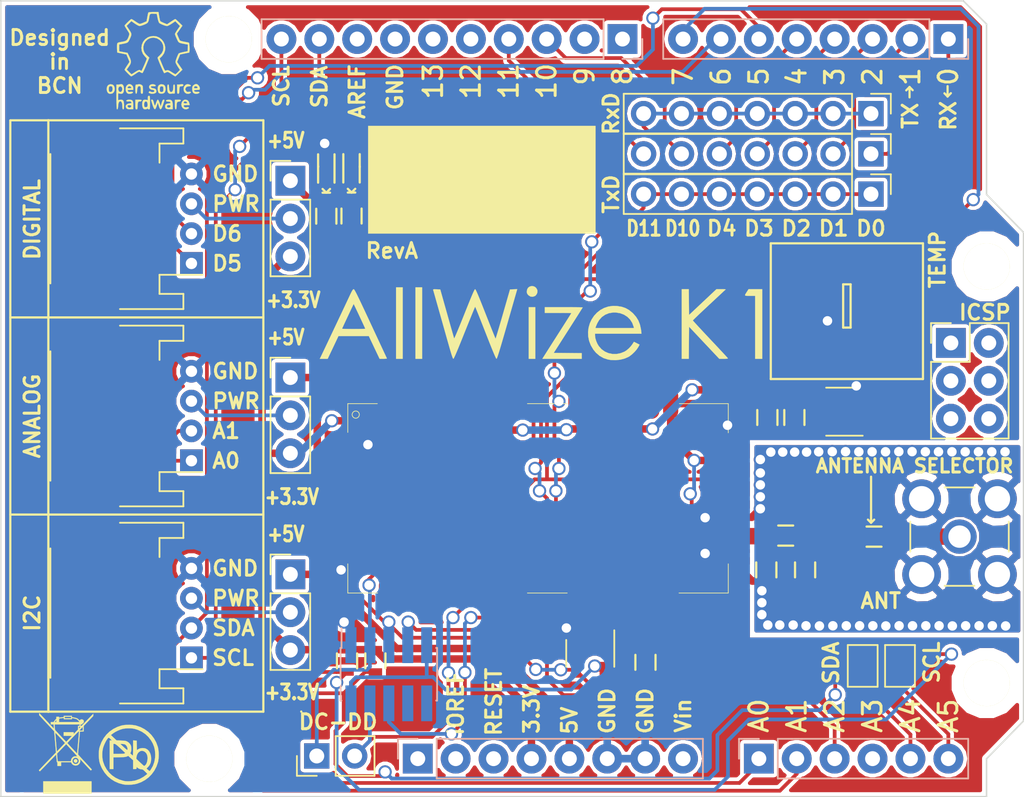
<source format=kicad_pcb>
(kicad_pcb (version 20171130) (host pcbnew 5.0.1-33cea8e~68~ubuntu16.04.1)
  (title_block (title "Wize-Shield Board") (date 2018-10-03) (rev RevA) (company AllWize))
  (layers (0 Front signal) (31 Back signal) (34 B.Paste user) (35 F.Paste user) (36 B.SilkS user) (37 F.SilkS user) (38 B.Mask user) (39 F.Mask user) (44 Edge.Cuts user))
  (net 0 "")
  (net 1 GND)
  (net 2 +3.3V)
  (net 3 "Net-(D1-Pad1)")
  (net 4 "Net-(D2-Pad1)")
  (net 5 /RC_VCC)
  (net 6 /DC)
  (net 7 /DD)
  (net 8 /RXD)
  (net 9 /TXD)
  (net 10 /~RESET~)
  (net 11 /RXD_A)
  (net 12 "Net-(R2-Pad2)")
  (net 13 "Net-(R3-Pad2)")
  (net 14 /TEMP)
  (net 15 /~RESET_A~)
  (net 16 "Net-(J5-Pad1)")
  (net 17 +5V)
  (net 18 /SCL)
  (net 19 /SDA)
  (net 20 /A0)
  (net 21 /A1)
  (net 22 /D6)
  (net 23 "Net-(J2-Pad5)")
  (net 24 "Net-(J2-Pad6)")
  (net 25 /D5)
  (net 26 /D0)
  (net 27 /D1)
  (net 28 /D2)
  (net 29 /D3)
  (net 30 /D4)
  (net 31 "Net-(J4-Pad2)")
  (net 32 "Net-(J1-Pad1)")
  (net 33 "Net-(J1-Pad2)")
  (net 34 "Net-(J1-Pad3)")
  (net 35 "Net-(J1-Pad8)")
  (net 36 "Net-(J2-Pad4)")
  (net 37 "Net-(J3-Pad8)")
  (net 38 "Net-(J3-Pad10)")
  (net 39 "Net-(J6-Pad2)")
  (net 40 "Net-(J19-Pad2)")
  (net 41 "Net-(J20-Pad2)")
  (net 42 "Net-(J10-Pad1)")
  (net 43 "Net-(J10-Pad2)")
  (net 44 /D10)
  (net 45 /D11)
  (net 46 "Net-(J10-Pad5)")
  (net 47 "Net-(J10-Pad6)")
  (net 48 "Net-(J10-Pad7)")
  (net 49 "Net-(J10-Pad8)")
  (net 50 "Net-(J12-Pad1)")
  (net 51 "Net-(J12-Pad2)")
  (net 52 "Net-(J12-Pad3)")
  (net 53 "Net-(J12-Pad4)")
  (net 54 "Net-(J12-Pad5)")
  (net 55 "Net-(J12-Pad6)")
  (net 56 "Net-(R7-Pad1)")
  (net 57 "Net-(U1-Pad1)")
  (net 58 "Net-(U2-Pad15)")
  (net 59 "Net-(U2-Pad16)")
  (net 60 "Net-(U2-Pad18)")
  (net 61 "Net-(U2-Pad17)")
  (net 62 "Net-(U2-Pad21)")
  (net 63 "Net-(U2-Pad22)")
  (net 64 "Net-(U2-Pad36)")
  (net 65 "Net-(U2-Pad38)")
  (net 66 "Net-(U2-Pad42)")
  (net 67 "Net-(U2-Pad40)")
  (net 68 "Net-(U2-Pad32)")
  (net 69 "Net-(U2-Pad34)")
  (net 70 "Net-(U2-Pad33)")
  (net 71 "Net-(U2-Pad31)")
  (net 72 "Net-(U2-Pad39)")
  (net 73 "Net-(U2-Pad37)")
  (net 74 "Net-(U2-Pad35)")
  (net 75 "Net-(U2-Pad26)")
  (net 76 "Net-(U2-Pad25)")
  (net 77 "Net-(U2-Pad23)")
  (net 78 "Net-(U2-Pad24)")
  (net 79 "Net-(U2-Pad28)")
  (net 80 "Net-(U2-Pad27)")
  (net 81 "Net-(U2-Pad11)")
  (net 82 "Net-(U2-Pad2)")
  (net 83 "Net-(U2-Pad3)")
  (net 84 "Net-(U2-Pad4)")
  (net 85 "Net-(U4-Pad1)")
  (module WIZE-SHIELD:PinHeader_1x02_P2.54mm_Vertical (layer Front) (at 117.69 116.66 90)
    (fp_text reference J13 hide)
    (fp_text value Conn_01x02 hide)
    (pad 2 thru_hole oval (at 0 2.54 90) (size 1.7 1.7) (drill 1) (layers *.Cu *.Mask) (net 7 /DD))
    (pad 1 thru_hole rect (at 0 0 90) (size 1.7 1.7) (drill 1) (layers *.Cu *.Mask) (net 6 /DC))
  )
  (module WIZE-SHIELD:PinHeader_1x10_P2.54mm_Vertical (layer Back) (at 138.18 68.58 90)
    (fp_text reference J10 hide)
    (fp_text value Conn_01x10 hide)
    (pad 1 thru_hole rect (at 0 0 90) (size 2 2) (drill 1) (layers *.Cu *.Mask) (net 42 "Net-(J10-Pad1)"))
    (pad 2 thru_hole oval (at 0 -2.54 90) (size 2 2) (drill 1) (layers *.Cu *.Mask) (net 43 "Net-(J10-Pad2)"))
    (pad 3 thru_hole oval (at 0 -5.08 90) (size 2 2) (drill 1) (layers *.Cu *.Mask) (net 44 /D10))
    (pad 4 thru_hole oval (at 0 -7.62 90) (size 2 2) (drill 1) (layers *.Cu *.Mask) (net 45 /D11))
    (pad 5 thru_hole oval (at 0 -10.16 90) (size 2 2) (drill 1) (layers *.Cu *.Mask) (net 46 "Net-(J10-Pad5)"))
    (pad 6 thru_hole oval (at 0 -12.7 90) (size 2 2) (drill 1) (layers *.Cu *.Mask) (net 47 "Net-(J10-Pad6)"))
    (pad 7 thru_hole oval (at 0 -15.24 90) (size 2 2) (drill 1) (layers *.Cu *.Mask) (net 48 "Net-(J10-Pad7)"))
    (pad 8 thru_hole oval (at 0 -17.78 90) (size 2 2) (drill 1) (layers *.Cu *.Mask) (net 49 "Net-(J10-Pad8)"))
    (pad 9 thru_hole oval (at 0 -20.32 90) (size 2 2) (drill 1) (layers *.Cu *.Mask) (net 19 /SDA))
    (pad 10 thru_hole oval (at 0 -22.86 90) (size 2 2) (drill 1) (layers *.Cu *.Mask) (net 18 /SCL))
  )
  (module WIZE-SHIELD:RC1701xx-MBUS (layer Front) (at 132.52 99.38)
    (fp_text reference U2 hide)
    (fp_text value RC1701xx-MBUS hide)
    (pad 15 smd oval (at -10.16 6.35) (size 1.016 2.032) (layers Front F.Paste F.Mask) (net 58 "Net-(U2-Pad15)"))
    (pad 16 smd oval (at -8.89 6.35) (size 1.016 2.032) (layers Front F.Paste F.Mask) (net 59 "Net-(U2-Pad16)"))
    (pad 18 smd oval (at -6.35 6.35) (size 1.016 2.032) (layers Front F.Paste F.Mask) (net 60 "Net-(U2-Pad18)"))
    (pad 17 smd oval (at -7.62 6.35) (size 1.016 2.032) (layers Front F.Paste F.Mask) (net 61 "Net-(U2-Pad17)"))
    (pad 21 smd oval (at -2.54 6.35) (size 1.016 2.032) (layers Front F.Paste F.Mask) (net 62 "Net-(U2-Pad21)"))
    (pad 22 smd oval (at -1.27 6.35) (size 1.016 2.032) (layers Front F.Paste F.Mask) (net 63 "Net-(U2-Pad22)"))
    (pad 20 smd oval (at -3.81 6.35) (size 1.016 2.032) (layers Front F.Paste F.Mask) (net 6 /DC))
    (pad 19 smd oval (at -5.08 6.35) (size 1.016 2.032) (layers Front F.Paste F.Mask) (net 7 /DD))
    (pad 36 smd oval (at 5.08 6.35) (size 1.016 2.032) (layers Front F.Paste F.Mask) (net 64 "Net-(U2-Pad36)"))
    (pad 38 smd oval (at 6.35 6.35) (size 1.016 2.032) (layers Front F.Paste F.Mask) (net 65 "Net-(U2-Pad38)"))
    (pad 42 smd oval (at 8.89 6.35) (size 1.016 2.032) (layers Front F.Paste F.Mask) (net 66 "Net-(U2-Pad42)"))
    (pad 40 smd oval (at 7.62 6.35) (size 1.016 2.032) (layers Front F.Paste F.Mask) (net 67 "Net-(U2-Pad40)"))
    (pad 32 smd oval (at 2.54 6.35) (size 1.016 2.032) (layers Front F.Paste F.Mask) (net 68 "Net-(U2-Pad32)"))
    (pad 34 smd oval (at 3.81 6.35) (size 1.016 2.032) (layers Front F.Paste F.Mask) (net 69 "Net-(U2-Pad34)"))
    (pad 33 smd oval (at 3.81 -6.35) (size 1.016 2.032) (layers Front F.Paste F.Mask) (net 70 "Net-(U2-Pad33)"))
    (pad 31 smd oval (at 2.54 -6.35) (size 1.016 2.032) (layers Front F.Paste F.Mask) (net 71 "Net-(U2-Pad31)"))
    (pad 39 smd oval (at 7.62 -6.35) (size 1.016 2.032) (layers Front F.Paste F.Mask) (net 72 "Net-(U2-Pad39)"))
    (pad 41 smd oval (at 8.89 -6.35) (size 1.016 2.032) (layers Front F.Paste F.Mask) (net 5 /RC_VCC))
    (pad 37 smd oval (at 6.35 -6.35) (size 1.016 2.032) (layers Front F.Paste F.Mask) (net 73 "Net-(U2-Pad37)"))
    (pad 35 smd oval (at 5.08 -6.35) (size 1.016 2.032) (layers Front F.Paste F.Mask) (net 74 "Net-(U2-Pad35)"))
    (pad 26 smd oval (at -5.08 -6.35) (size 1.016 2.032) (layers Front F.Paste F.Mask) (net 75 "Net-(U2-Pad26)"))
    (pad 25 smd oval (at -3.81 -6.35) (size 1.016 2.032) (layers Front F.Paste F.Mask) (net 76 "Net-(U2-Pad25)"))
    (pad 23 smd oval (at -1.27 -6.35) (size 1.016 2.032) (layers Front F.Paste F.Mask) (net 77 "Net-(U2-Pad23)"))
    (pad 24 smd oval (at -2.54 -6.35) (size 1.016 2.032) (layers Front F.Paste F.Mask) (net 78 "Net-(U2-Pad24)"))
    (pad 28 smd oval (at -7.62 -6.35) (size 1.016 2.032) (layers Front F.Paste F.Mask) (net 79 "Net-(U2-Pad28)"))
    (pad 27 smd oval (at -6.35 -6.35) (size 1.016 2.032) (layers Front F.Paste F.Mask) (net 80 "Net-(U2-Pad27)"))
    (pad 29 smd oval (at -8.89 -6.35) (size 1.016 2.032) (layers Front F.Paste F.Mask) (net 13 "Net-(R3-Pad2)"))
    (pad 30 smd oval (at -10.16 -6.35) (size 1.016 2.032) (layers Front F.Paste F.Mask) (net 12 "Net-(R2-Pad2)"))
    (pad 11 smd oval (at 12.7 0) (size 2.032 1.016) (layers Front F.Paste F.Mask) (net 81 "Net-(U2-Pad11)"))
    (pad 12 smd oval (at 12.7 -1.27) (size 2.032 1.016) (layers Front F.Paste F.Mask) (net 10 /~RESET~))
    (pad 13 smd oval (at 12.7 -2.54) (size 2.032 1.016) (layers Front F.Paste F.Mask) (net 5 /RC_VCC))
    (pad 14 smd oval (at 12.7 -3.81) (size 2.032 1.016) (layers Front F.Paste F.Mask) (net 1 GND))
    (pad 10 smd oval (at 12.7 1.27) (size 2.032 1.016) (layers Front F.Paste F.Mask) (net 1 GND))
    (pad 9 smd oval (at 12.7 2.54) (size 2.032 1.016) (layers Front F.Paste F.Mask) (net 56 "Net-(R7-Pad1)"))
    (pad 8 smd oval (at 12.7 3.81) (size 2.032 1.016) (layers Front F.Paste F.Mask) (net 1 GND))
    (pad 7 smd oval (at -12.7 3.81) (size 2.032 1.016) (layers Front F.Paste F.Mask) (net 1 GND))
    (pad 6 smd oval (at -12.7 2.54) (size 2.032 1.016) (layers Front F.Paste F.Mask) (net 8 /RXD))
    (pad 5 smd oval (at -12.7 1.27) (size 2.032 1.016) (layers Front F.Paste F.Mask) (net 9 /TXD))
    (pad 1 smd oval (at -12.7 -3.81) (size 2.032 1.016) (layers Front F.Paste F.Mask) (net 1 GND))
    (pad 2 smd oval (at -12.7 -2.54) (size 2.032 1.016) (layers Front F.Paste F.Mask) (net 82 "Net-(U2-Pad2)"))
    (pad 3 smd oval (at -12.7 -1.27) (size 2.032 1.016) (layers Front F.Paste F.Mask) (net 83 "Net-(U2-Pad3)"))
    (pad 4 smd oval (at -12.7 0) (size 2.032 1.016) (layers Front F.Paste F.Mask) (net 84 "Net-(U2-Pad4)"))
  )
  (module WIZE-SHIELD:R_0603 (layer Front) (at 147.82 104.18 270)
    (fp_text reference R7 hide)
    (fp_text value 0R hide)
    (pad 2 smd rect (at 0.75 0 270) (size 0.5 0.9) (layers Front F.Paste F.Mask) (net 1 GND))
    (pad 1 smd rect (at -0.75 0 270) (size 0.5 0.9) (layers Front F.Paste F.Mask) (net 56 "Net-(R7-Pad1)"))
  )
  (module WIZE-SHIELD:PinHeader_1x03_P2.54mm_Vertical (layer Front) (at 115.92 91.28)
    (fp_text reference J6 hide)
    (fp_text value Conn_01x03)
    (pad 1 thru_hole rect (at 0 0) (size 2 2) (drill 1) (layers *.Cu *.Mask) (net 17 +5V))
    (pad 2 thru_hole oval (at 0 2.54) (size 2 2) (drill 1) (layers *.Cu *.Mask) (net 39 "Net-(J6-Pad2)"))
    (pad 3 thru_hole oval (at 0 5.08) (size 2 2) (drill 1) (layers *.Cu *.Mask) (net 2 +3.3V))
  )
  (module WIZE-SHIELD:PinHeader_1x07_P2.54mm_Vertical (layer Front) (at 154.835 76.28 270)
    (fp_text reference J17 hide)
    (fp_text value Conn_01x07)
    (pad 1 thru_hole rect (at 0 0 270) (size 1.7 1.7) (drill 1) (layers *.Cu *.Mask) (net 26 /D0))
    (pad 2 thru_hole oval (at 0 2.54 270) (size 1.7 1.7) (drill 1) (layers *.Cu *.Mask) (net 27 /D1))
    (pad 3 thru_hole oval (at 0 5.08 270) (size 1.7 1.7) (drill 1) (layers *.Cu *.Mask) (net 28 /D2))
    (pad 4 thru_hole oval (at 0 7.62 270) (size 1.7 1.7) (drill 1) (layers *.Cu *.Mask) (net 29 /D3))
    (pad 5 thru_hole oval (at 0 10.16 270) (size 1.7 1.7) (drill 1) (layers *.Cu *.Mask) (net 30 /D4))
    (pad 6 thru_hole oval (at 0 12.7 270) (size 1.7 1.7) (drill 1) (layers *.Cu *.Mask) (net 44 /D10))
    (pad 7 thru_hole oval (at 0 15.24 270) (size 1.7 1.7) (drill 1) (layers *.Cu *.Mask) (net 45 /D11))
  )
  (module WIZE-SHIELD:R_0603 (layer Front) (at 150.42 104.18 270)
    (fp_text reference R10 hide)
    (fp_text value 0R hide)
    (pad 1 smd rect (at -0.75 0 270) (size 0.5 0.9) (layers Front F.Paste F.Mask) (net 31 "Net-(J4-Pad2)"))
    (pad 2 smd rect (at 0.75 0 270) (size 0.5 0.9) (layers Front F.Paste F.Mask) (net 1 GND))
  )
  (module WIZE-SHIELD:PinHeader_1x07_P2.54mm_Vertical (layer Front) (at 154.835 78.98 270)
    (fp_text reference J14 hide)
    (fp_text value Conn_01x07)
    (pad 1 thru_hole rect (at 0 0 270) (size 1.7 1.7) (drill 1) (layers *.Cu *.Mask) (net 9 /TXD))
    (pad 2 thru_hole oval (at 0 2.54 270) (size 1.7 1.7) (drill 1) (layers *.Cu *.Mask) (net 9 /TXD))
    (pad 3 thru_hole oval (at 0 5.08 270) (size 1.7 1.7) (drill 1) (layers *.Cu *.Mask) (net 9 /TXD))
    (pad 4 thru_hole oval (at 0 7.62 270) (size 1.7 1.7) (drill 1) (layers *.Cu *.Mask) (net 9 /TXD))
    (pad 5 thru_hole oval (at 0 10.16 270) (size 1.7 1.7) (drill 1) (layers *.Cu *.Mask) (net 9 /TXD))
    (pad 6 thru_hole oval (at 0 12.7 270) (size 1.7 1.7) (drill 1) (layers *.Cu *.Mask) (net 9 /TXD))
    (pad 7 thru_hole oval (at 0 15.24 270) (size 1.7 1.7) (drill 1) (layers *.Cu *.Mask) (net 9 /TXD))
  )
  (module WIZE-SHIELD:PinHeader_1x03_P2.54mm_Vertical (layer Front) (at 115.92 104.48)
    (fp_text reference J19 hide)
    (fp_text value Conn_01x03)
    (pad 3 thru_hole oval (at 0 5.08) (size 2 2) (drill 1) (layers *.Cu *.Mask) (net 2 +3.3V))
    (pad 2 thru_hole oval (at 0 2.54) (size 2 2) (drill 1) (layers *.Cu *.Mask) (net 40 "Net-(J19-Pad2)"))
    (pad 1 thru_hole rect (at 0 0) (size 2 2) (drill 1) (layers *.Cu *.Mask) (net 17 +5V))
  )
  (module WIZE-SHIELD:PinHeader_1x03_P2.54mm_Vertical (layer Front) (at 115.92 78.08)
    (fp_text reference J20 hide)
    (fp_text value Conn_01x03)
    (pad 1 thru_hole rect (at 0 0) (size 2 2) (drill 1) (layers *.Cu *.Mask) (net 17 +5V))
    (pad 2 thru_hole oval (at 0 2.54) (size 2 2) (drill 1) (layers *.Cu *.Mask) (net 41 "Net-(J20-Pad2)"))
    (pad 3 thru_hole oval (at 0 5.08) (size 2 2) (drill 1) (layers *.Cu *.Mask) (net 2 +3.3V))
  )
  (module WIZE-SHIELD:PinHeader_1x07_P2.54mm_Vertical (layer Front) (at 154.835 73.58 270)
    (fp_text reference J18 hide)
    (fp_text value Conn_01x07)
    (pad 7 thru_hole oval (at 0 15.24 270) (size 1.7 1.7) (drill 1) (layers *.Cu *.Mask) (net 11 /RXD_A))
    (pad 6 thru_hole oval (at 0 12.7 270) (size 1.7 1.7) (drill 1) (layers *.Cu *.Mask) (net 11 /RXD_A))
    (pad 5 thru_hole oval (at 0 10.16 270) (size 1.7 1.7) (drill 1) (layers *.Cu *.Mask) (net 11 /RXD_A))
    (pad 4 thru_hole oval (at 0 7.62 270) (size 1.7 1.7) (drill 1) (layers *.Cu *.Mask) (net 11 /RXD_A))
    (pad 3 thru_hole oval (at 0 5.08 270) (size 1.7 1.7) (drill 1) (layers *.Cu *.Mask) (net 11 /RXD_A))
    (pad 2 thru_hole oval (at 0 2.54 270) (size 1.7 1.7) (drill 1) (layers *.Cu *.Mask) (net 11 /RXD_A))
    (pad 1 thru_hole rect (at 0 0 270) (size 1.7 1.7) (drill 1) (layers *.Cu *.Mask) (net 11 /RXD_A))
  )
  (module WIZE-SHIELD:R_0603 (layer Front) (at 149.12 101.88 180)
    (fp_text reference R8 hide)
    (fp_text value 0R hide)
    (pad 1 smd rect (at -0.75 0 180) (size 0.5 0.9) (layers Front F.Paste F.Mask) (net 31 "Net-(J4-Pad2)"))
    (pad 2 smd rect (at 0.75 0 180) (size 0.5 0.9) (layers Front F.Paste F.Mask) (net 56 "Net-(R7-Pad1)"))
  )
  (module WIZE-SHIELD:SolderJumper-2_P1.3mm_Open_Pad1.0x1.5mm (layer Front) (at 156.78 110.62 90)
    (fp_text reference JP16 hide)
    (fp_text value SolderJumper_2_Open)
    (pad 2 smd rect (at 0.65 0 90) (size 1 1.5) (layers Front F.Mask) (net 18 /SCL))
    (pad 1 smd rect (at -0.65 0 90) (size 1 1.5) (layers Front F.Mask) (net 24 "Net-(J2-Pad6)"))
  )
  (module WIZE-SHIELD:PinHeader_2x05_P1.27mm_Vertical_SMD (layer Back) (at 122.52 111.18 270)
    (fp_text reference J3 hide)
    (fp_text value Conn_02x05_Odd_Even hide)
    (pad 1 smd rect (at -1.95 2.54 270) (size 2.4 0.74) (layers Back B.Mask) (net 1 GND))
    (pad 2 smd rect (at 1.95 2.54 270) (size 2.4 0.74) (layers Back B.Mask) (net 5 /RC_VCC))
    (pad 3 smd rect (at -1.95 1.27 270) (size 2.4 0.74) (layers Back B.Mask) (net 6 /DC))
    (pad 4 smd rect (at 1.95 1.27 270) (size 2.4 0.74) (layers Back B.Mask) (net 7 /DD))
    (pad 5 smd rect (at -1.95 0 270) (size 2.4 0.74) (layers Back B.Mask) (net 8 /RXD))
    (pad 6 smd rect (at 1.95 0 270) (size 2.4 0.74) (layers Back B.Mask) (net 9 /TXD))
    (pad 7 smd rect (at -1.95 -1.27 270) (size 2.4 0.74) (layers Back B.Mask) (net 10 /~RESET~))
    (pad 8 smd rect (at 1.95 -1.27 270) (size 2.4 0.74) (layers Back B.Mask) (net 37 "Net-(J3-Pad8)"))
    (pad 9 smd rect (at -1.95 -2.54 270) (size 2.4 0.74) (layers Back B.Mask) (net 5 /RC_VCC))
    (pad 10 smd rect (at 1.95 -2.54 270) (size 2.4 0.74) (layers Back B.Mask) (net 38 "Net-(J3-Pad10)"))
  )
  (module WIZE-SHIELD:FIDUCIAL-08 (layer Front) (at 97.92 118.19)
    (fp_text reference FD1 hide)
    (fp_text value FIDUCIAL hide)
    (pad "" smd circle (at 0 0) (size 0.8 0.8) (layers Front F.Mask))
  )
  (module WIZE-SHIELD:FIDUCIAL-08 (layer Front) (at 159.96 76.39)
    (fp_text reference FD2 hide)
    (fp_text value FIDUCIAL hide)
    (pad "" smd circle (at 0 0) (size 0.8 0.8) (layers Front F.Mask))
  )
  (module WIZE-SHIELD:SOT-23-5 (layer Front) (at 136.02 109.78 270)
    (fp_text reference U1 hide)
    (fp_text value SN74LV1T34 hide)
    (pad 1 smd rect (at -1.1 -0.95 270) (size 1.06 0.65) (layers Front F.Paste F.Mask) (net 57 "Net-(U1-Pad1)"))
    (pad 2 smd rect (at -1.1 0 270) (size 1.06 0.65) (layers Front F.Paste F.Mask) (net 11 /RXD_A))
    (pad 3 smd rect (at -1.1 0.95 270) (size 1.06 0.65) (layers Front F.Paste F.Mask) (net 1 GND))
    (pad 4 smd rect (at 1.1 0.95 270) (size 1.06 0.65) (layers Front F.Paste F.Mask) (net 8 /RXD))
    (pad 5 smd rect (at 1.1 -0.95 270) (size 1.06 0.65) (layers Front F.Paste F.Mask) (net 5 /RC_VCC))
  )
  (module WIZE-SHIELD:SOT-23-5 (layer Front) (at 152.73 93.57 180)
    (fp_text reference U4 hide)
    (fp_text value SN74LV1T34 hide)
    (pad 1 smd rect (at -1.1 -0.95 180) (size 1.06 0.65) (layers Front F.Paste F.Mask) (net 85 "Net-(U4-Pad1)"))
    (pad 2 smd rect (at -1.1 0 180) (size 1.06 0.65) (layers Front F.Paste F.Mask) (net 15 /~RESET_A~))
    (pad 3 smd rect (at -1.1 0.95 180) (size 1.06 0.65) (layers Front F.Paste F.Mask) (net 1 GND))
    (pad 4 smd rect (at 1.1 0.95 180) (size 1.06 0.65) (layers Front F.Paste F.Mask) (net 10 /~RESET~))
    (pad 5 smd rect (at 1.1 -0.95 180) (size 1.06 0.65) (layers Front F.Paste F.Mask) (net 5 /RC_VCC))
  )
  (module WIZE-SHIELD:PinHeader_1x08_P2.54mm_Vertical (layer Back) (at 160.02 68.58 90)
    (fp_text reference J11 hide)
    (fp_text value Conn_01x08 hide)
    (pad 1 thru_hole rect (at 0 0 90) (size 2 2) (drill 1) (layers *.Cu *.Mask) (net 26 /D0))
    (pad 2 thru_hole oval (at 0 -2.54 90) (size 2 2) (drill 1) (layers *.Cu *.Mask) (net 27 /D1))
    (pad 3 thru_hole oval (at 0 -5.08 90) (size 2 2) (drill 1) (layers *.Cu *.Mask) (net 28 /D2))
    (pad 4 thru_hole oval (at 0 -7.62 90) (size 2 2) (drill 1) (layers *.Cu *.Mask) (net 29 /D3))
    (pad 5 thru_hole oval (at 0 -10.16 90) (size 2 2) (drill 1) (layers *.Cu *.Mask) (net 30 /D4))
    (pad 6 thru_hole oval (at 0 -12.7 90) (size 2 2) (drill 1) (layers *.Cu *.Mask) (net 25 /D5))
    (pad 7 thru_hole oval (at 0 -15.24 90) (size 2 2) (drill 1) (layers *.Cu *.Mask) (net 22 /D6))
    (pad 8 thru_hole oval (at 0 -17.78 90) (size 2 2) (drill 1) (layers *.Cu *.Mask) (net 15 /~RESET_A~))
  )
  (module WIZE-SHIELD:PinHeader_1x08_P2.54mm_Vertical (layer Back) (at 124.46 116.84 270)
    (fp_text reference J1 hide)
    (fp_text value Conn_01x08 hide)
    (pad 1 thru_hole rect (at 0 0 270) (size 2 2) (drill 1) (layers *.Cu *.Mask) (net 32 "Net-(J1-Pad1)"))
    (pad 2 thru_hole oval (at 0 -2.54 270) (size 2 2) (drill 1) (layers *.Cu *.Mask) (net 33 "Net-(J1-Pad2)"))
    (pad 3 thru_hole oval (at 0 -5.08 270) (size 2 2) (drill 1) (layers *.Cu *.Mask) (net 34 "Net-(J1-Pad3)"))
    (pad 4 thru_hole oval (at 0 -7.62 270) (size 2 2) (drill 1) (layers *.Cu *.Mask) (net 2 +3.3V))
    (pad 5 thru_hole oval (at 0 -10.16 270) (size 2 2) (drill 1) (layers *.Cu *.Mask) (net 17 +5V))
    (pad 6 thru_hole oval (at 0 -12.7 270) (size 2 2) (drill 1) (layers *.Cu *.Mask) (net 1 GND))
    (pad 7 thru_hole oval (at 0 -15.24 270) (size 2 2) (drill 1) (layers *.Cu *.Mask) (net 1 GND))
    (pad 8 thru_hole oval (at 0 -17.78 270) (size 2 2) (drill 1) (layers *.Cu *.Mask) (net 35 "Net-(J1-Pad8)"))
  )
  (module WIZE-SHIELD:PinHeader_1x06_P2.54mm_Vertical (layer Back) (at 147.32 116.84 270)
    (fp_text reference J2 hide)
    (fp_text value Conn_01x06 hide)
    (pad 1 thru_hole rect (at 0 0 270) (size 2 2) (drill 1) (layers *.Cu *.Mask) (net 20 /A0))
    (pad 2 thru_hole oval (at 0 -2.54 270) (size 2 2) (drill 1) (layers *.Cu *.Mask) (net 21 /A1))
    (pad 3 thru_hole oval (at 0 -5.08 270) (size 2 2) (drill 1) (layers *.Cu *.Mask) (net 14 /TEMP))
    (pad 4 thru_hole oval (at 0 -7.62 270) (size 2 2) (drill 1) (layers *.Cu *.Mask) (net 36 "Net-(J2-Pad4)"))
    (pad 5 thru_hole oval (at 0 -10.16 270) (size 2 2) (drill 1) (layers *.Cu *.Mask) (net 23 "Net-(J2-Pad5)"))
    (pad 6 thru_hole oval (at 0 -12.7 270) (size 2 2) (drill 1) (layers *.Cu *.Mask) (net 24 "Net-(J2-Pad6)"))
  )
  (module WIZE-SHIELD:PinHeader_2x03_P2.54mm_Vertical (layer Front) (at 160.19 88.96)
    (fp_text reference J12 hide)
    (fp_text value Conn_02x03_Odd_Even hide)
    (pad 1 thru_hole rect (at 0 0) (size 2 2) (drill 1) (layers *.Cu *.Mask) (net 50 "Net-(J12-Pad1)"))
    (pad 2 thru_hole oval (at 2.54 0) (size 2 2) (drill 1) (layers *.Cu *.Mask) (net 51 "Net-(J12-Pad2)"))
    (pad 3 thru_hole oval (at 0 2.54) (size 2 2) (drill 1) (layers *.Cu *.Mask) (net 52 "Net-(J12-Pad3)"))
    (pad 4 thru_hole oval (at 2.54 2.54) (size 2 2) (drill 1) (layers *.Cu *.Mask) (net 53 "Net-(J12-Pad4)"))
    (pad 5 thru_hole oval (at 0 5.08) (size 2 2) (drill 1) (layers *.Cu *.Mask) (net 54 "Net-(J12-Pad5)"))
    (pad 6 thru_hole oval (at 2.54 5.08) (size 2 2) (drill 1) (layers *.Cu *.Mask) (net 55 "Net-(J12-Pad6)"))
  )
  (module WIZE-SHIELD:SMA_Jack (layer Front) (at 160.77 101.95)
    (fp_text reference J5 hide)
    (fp_text value Conn_Coaxial hide)
    (pad 2 thru_hole circle (at -2.54 2.54) (size 2.6 2.6) (drill 1.7) (layers *.Cu *.Mask) (net 1 GND))
    (pad 2 thru_hole circle (at -2.54 -2.54) (size 2.6 2.6) (drill 1.7) (layers *.Cu *.Mask) (net 1 GND))
    (pad 2 thru_hole circle (at 2.54 -2.54) (size 2.6 2.6) (drill 1.7) (layers *.Cu *.Mask) (net 1 GND))
    (pad 2 thru_hole circle (at 2.54 2.54) (size 2.6 2.6) (drill 1.7) (layers *.Cu *.Mask) (net 1 GND))
    (pad 1 thru_hole circle (at 0 0) (size 2.3 2.3) (drill 1.5) (layers *.Cu *.Mask) (net 16 "Net-(J5-Pad1)"))
  )
  (module WIZE-SHIELD:SOT-23-3 (layer Front) (at 153.22 86.48)
    (fp_text reference U3 hide)
    (fp_text value MCP9701 hide)
    (pad 3 smd rect (at -1 0) (size 0.9 0.8) (layers Front F.Paste F.Mask) (net 1 GND))
    (pad 1 smd rect (at 1 0.95) (size 0.9 0.8) (layers Front F.Paste F.Mask) (net 5 /RC_VCC))
    (pad 2 smd rect (at 1 -0.95) (size 0.9 0.8) (layers Front F.Paste F.Mask) (net 14 /TEMP))
  )
  (module WIZE-SHIELD:GROVE-TH-1x04-P2.00mm_Horizontal (layer Front) (at 105.44 80.63 270)
    (fp_text reference J9 hide)
    (fp_text value Conn_01x04 hide)
    (pad 1 thru_hole rect (at 3 -3.85 270) (size 1.524 1.524) (drill 0.762) (layers *.Cu *.Mask) (net 25 /D5))
    (pad 2 thru_hole circle (at 1 -3.85 270) (size 1.524 1.524) (drill 0.762) (layers *.Cu *.Mask) (net 22 /D6))
    (pad 3 thru_hole circle (at -1 -3.85 270) (size 1.524 1.524) (drill 0.762) (layers *.Cu *.Mask) (net 41 "Net-(J20-Pad2)"))
    (pad 4 thru_hole circle (at -3 -3.85 270) (size 1.524 1.524) (drill 0.762) (layers *.Cu *.Mask) (net 1 GND))
  )
  (module WIZE-SHIELD:GROVE-TH-1x04-P2.00mm_Horizontal (layer Front) (at 105.44 93.86 270)
    (fp_text reference J8 hide)
    (fp_text value Conn_01x04 hide)
    (pad 1 thru_hole rect (at 3 -3.85 270) (size 1.524 1.524) (drill 0.762) (layers *.Cu *.Mask) (net 20 /A0))
    (pad 2 thru_hole circle (at 1 -3.85 270) (size 1.524 1.524) (drill 0.762) (layers *.Cu *.Mask) (net 21 /A1))
    (pad 3 thru_hole circle (at -1 -3.85 270) (size 1.524 1.524) (drill 0.762) (layers *.Cu *.Mask) (net 39 "Net-(J6-Pad2)"))
    (pad 4 thru_hole circle (at -3 -3.85 270) (size 1.524 1.524) (drill 0.762) (layers *.Cu *.Mask) (net 1 GND))
  )
  (module WIZE-SHIELD:GROVE-TH-1x04-P2.00mm_Horizontal (layer Front) (at 105.44 107.08 270)
    (fp_text reference J7 hide)
    (fp_text value Conn_01x04 hide)
    (pad 1 thru_hole rect (at 3 -3.85 270) (size 1.524 1.524) (drill 0.762) (layers *.Cu *.Mask) (net 18 /SCL))
    (pad 2 thru_hole circle (at 1 -3.85 270) (size 1.524 1.524) (drill 0.762) (layers *.Cu *.Mask) (net 19 /SDA))
    (pad 3 thru_hole circle (at -1 -3.85 270) (size 1.524 1.524) (drill 0.762) (layers *.Cu *.Mask) (net 40 "Net-(J19-Pad2)"))
    (pad 4 thru_hole circle (at -3 -3.85 270) (size 1.524 1.524) (drill 0.762) (layers *.Cu *.Mask) (net 1 GND))
  )
  (module WIZE-SHIELD:R_0603 (layer Front) (at 121.62 110.28 90)
    (fp_text reference R6 hide)
    (fp_text value 5k6 hide)
    (pad 1 smd rect (at -0.75 0 90) (size 0.5 0.9) (layers Front F.Paste F.Mask) (net 19 /SDA))
    (pad 2 smd rect (at 0.75 0 90) (size 0.5 0.9) (layers Front F.Paste F.Mask) (net 2 +3.3V))
  )
  (module WIZE-SHIELD:R_0603 (layer Front) (at 147.89 93.96 270)
    (fp_text reference L1 hide)
    (fp_text value Ferrite_Bead hide)
    (pad 1 smd rect (at -0.75 0 270) (size 0.5 0.9) (layers Front F.Paste F.Mask) (net 2 +3.3V))
    (pad 2 smd rect (at 0.75 0 270) (size 0.5 0.9) (layers Front F.Paste F.Mask) (net 5 /RC_VCC))
  )
  (module WIZE-SHIELD:R_0603 (layer Front) (at 139.72 110.38 90)
    (fp_text reference R1 hide)
    (fp_text value 8k2 hide)
    (pad 1 smd rect (at -0.75 0 90) (size 0.5 0.9) (layers Front F.Paste F.Mask) (net 8 /RXD))
    (pad 2 smd rect (at 0.75 0 90) (size 0.5 0.9) (layers Front F.Paste F.Mask) (net 5 /RC_VCC))
  )
  (module WIZE-SHIELD:R_0603 (layer Front) (at 118.33 80.46 270)
    (fp_text reference R2 hide)
    (fp_text value 1k hide)
    (pad 1 smd rect (at -0.75 0 270) (size 0.5 0.9) (layers Front F.Mask) (net 3 "Net-(D1-Pad1)"))
    (pad 2 smd rect (at 0.75 0 270) (size 0.5 0.9) (layers Front F.Mask) (net 12 "Net-(R2-Pad2)"))
  )
  (module WIZE-SHIELD:R_0603 (layer Front) (at 120.02 80.45 270)
    (fp_text reference R3 hide)
    (fp_text value 1k hide)
    (pad 1 smd rect (at -0.75 0 270) (size 0.5 0.9) (layers Front F.Mask) (net 4 "Net-(D2-Pad1)"))
    (pad 2 smd rect (at 0.75 0 270) (size 0.5 0.9) (layers Front F.Mask) (net 13 "Net-(R3-Pad2)"))
  )
  (module WIZE-SHIELD:R_0603 (layer Front) (at 149.7 93.96 270)
    (fp_text reference R4 hide)
    (fp_text value 5k6 hide)
    (pad 1 smd rect (at -0.75 0 270) (size 0.5 0.9) (layers Front F.Paste F.Mask) (net 10 /~RESET~))
    (pad 2 smd rect (at 0.75 0 270) (size 0.5 0.9) (layers Front F.Paste F.Mask) (net 5 /RC_VCC))
  )
  (module WIZE-SHIELD:R_0603 (layer Front) (at 119.72 110.28 90)
    (fp_text reference R5 hide)
    (fp_text value 5k6 hide)
    (pad 1 smd rect (at -0.75 0 90) (size 0.5 0.9) (layers Front F.Paste F.Mask) (net 18 /SCL))
    (pad 2 smd rect (at 0.75 0 90) (size 0.5 0.9) (layers Front F.Paste F.Mask) (net 2 +3.3V))
  )
  (module WIZE-SHIELD:SolderJumper-2_P1.3mm_Open_Pad1.0x1.5mm (layer Front) (at 154.28 110.62 90)
    (fp_text reference JP15 hide)
    (fp_text value SolderJumper_2_Open)
    (pad 2 smd rect (at 0.65 0 90) (size 1 1.5) (layers Front F.Mask) (net 19 /SDA))
    (pad 1 smd rect (at -0.65 0 90) (size 1 1.5) (layers Front F.Mask) (net 23 "Net-(J2-Pad5)"))
  )
  (module WIZE-SHIELD:LABEL_15x7mm (layer Front) (at 128.62 77.88)
    (fp_text reference G2 hide)
    (fp_text value LABEL hide)
  )
  (module WIZE-SHIELD:osh (layer Front) (at 106.95 70.14)
    (fp_text reference G3 hide)
    (fp_text value OSH hide)
  )
  (module WIZE-SHIELD:Pb-free (layer Front) (at 105.08 116.59)
    (fp_text reference G4 hide)
    (fp_text value PB_FREE hide)
  )
  (module WIZE-SHIELD:allwize-logo-2 (layer Front) (at 132.72 87.58)
    (fp_text reference G1 hide)
    (fp_text value LOGO hide)
  )
  (module WIZE-SHIELD:HOLE_3.10MM (layer Front) (at 111.79 68.59)
    (fp_text reference J22 hide)
    (fp_text value NPTH-HOLE hide)
    (pad "" np_thru_hole circle (at 0 0) (size 3.1 3.1) (drill 3.1) (layers *.Cu *.Mask F.SilkS) (clearance 0.8))
  )
  (module WIZE-SHIELD:HOLE_3.10MM (layer Front) (at 110.49 116.85)
    (fp_text reference J21 hide)
    (fp_text value NPTH-HOLE hide)
    (pad "" np_thru_hole circle (at 0 0) (size 3.1 3.1) (drill 3.1) (layers *.Cu *.Mask F.SilkS) (clearance 0.8))
  )
  (module WIZE-SHIELD:HOLE_3.10MM (layer Front) (at 162.59 111.77)
    (fp_text reference J16 hide)
    (fp_text value NPTH-HOLE hide)
    (pad "" np_thru_hole circle (at 0 0) (size 3.1 3.1) (drill 3.1) (layers *.Cu *.Mask F.SilkS) (clearance 0.8))
  )
  (module WIZE-SHIELD:HOLE_3.10MM (layer Front) (at 162.59 83.83)
    (fp_text reference J15 hide)
    (fp_text value NPTH-HOLE hide)
    (pad "" np_thru_hole circle (at 0 0) (size 3.1 3.1) (drill 3.1) (layers *.Cu *.Mask F.SilkS) (clearance 0.8))
  )
  (module WIZE-SHIELD:R_0603_ANTENNA (layer Front) (at 155.04 101.95 180)
    (fp_text reference R9 hide)
    (fp_text value 0R hide)
    (pad 1 smd rect (at -0.75 0 180) (size 1.1 1.1) (layers Front F.Paste F.Mask) (net 16 "Net-(J5-Pad1)"))
    (pad 2 smd rect (at 0.75 0 180) (size 1.1 1.1) (layers Front F.Paste F.Mask) (net 31 "Net-(J4-Pad2)"))
  )
  (module WIZE-SHIELD:LED_0603 (layer Front) (at 120.02 77.1 90)
    (fp_text reference D2 hide)
    (fp_text value LED-DIODE hide)
    (pad 2 smd rect (at 0.7493 0 270) (size 0.79756 0.79756) (layers Front F.Mask) (net 1 GND))
    (pad 1 smd rect (at -0.7493 0 270) (size 0.79756 0.79756) (layers Front F.Mask) (net 4 "Net-(D2-Pad1)"))
  )
  (module WIZE-SHIELD:LED_0603 (layer Front) (at 118.33 77.11 90)
    (fp_text reference D1 hide)
    (fp_text value LED-DIODE hide)
    (pad 2 smd rect (at 0.7493 0 270) (size 0.79756 0.79756) (layers Front F.Mask) (net 1 GND))
    (pad 1 smd rect (at -0.7493 0 270) (size 0.79756 0.79756) (layers Front F.Mask) (net 3 "Net-(D1-Pad1)"))
  )
  (module WIZE-SHIELD:uFL-CONN (layer Front) (at 154.04 103.77 180)
    (fp_text reference J4 hide)
    (fp_text value Conn_Coaxial_uFL hide)
    (pad 2 smd rect (at 0 1.77 270) (size 1 1) (layers Front F.Mask) (net 31 "Net-(J4-Pad2)"))
    (pad 1 smd rect (at 1.5 0 270) (size 2.2 1) (layers Front F.Mask) (net 1 GND))
    (pad 3 smd rect (at -1.5 0 270) (size 2.2 1) (layers Front F.Mask) (net 1 GND))
  )
  (module WIZE-SHIELD:WEEE (layer Front) (at 100.89 116.48)
    (fp_text reference G5 hide)
    (fp_text value WEEE hide)
  )
  (gr_text +5V (at 115.62 101.78) (layer F.SilkS) (effects (font (size 1 0.8) (thickness 0.2))))
  (gr_text +3.3V (at 116.12 86.08) (layer F.SilkS) (effects (font (size 1 0.8) (thickness 0.2))))
  (gr_text +3.3V (at 116.02 99.28) (layer F.SilkS) (effects (font (size 1 0.8) (thickness 0.2))))
  (gr_text +5V (at 115.62 75.38) (layer F.SilkS) (effects (font (size 1 0.8) (thickness 0.2))))
  (gr_line (start 148.12 91.38) (end 158.32 91.38) (layer F.SilkS) (width 0.15))
  (gr_text +5V (at 115.62 88.58) (layer F.SilkS) (effects (font (size 1 0.8) (thickness 0.2))))
  (gr_line (start 148.12 82.28) (end 148.12 91.38) (layer F.SilkS) (width 0.15))
  (gr_line (start 158.32 82.28) (end 158.32 91.38) (layer F.SilkS) (width 0.15))
  (gr_line (start 148.12 82.28) (end 158.32 82.28) (layer F.SilkS) (width 0.15))
  (gr_line (start 154.84 101.02) (end 155.05 100.81) (angle 90) (layer F.SilkS) (width 0.15))
  (gr_line (start 154.84 101.02) (end 154.63 100.81) (angle 90) (layer F.SilkS) (width 0.15))
  (gr_line (start 154.84 101.01) (end 154.84 97.93) (angle 90) (layer F.SilkS) (width 0.15))
  (gr_text "ANTENNA SELECTOR" (at 157.76 97.21) (layer F.SilkS) (effects (font (size 0.9 0.9) (thickness 0.2))))
  (gr_text SCL (at 158.91 110.39 90) (layer F.SilkS) (effects (font (size 1 1) (thickness 0.2))))
  (gr_text SDA (at 152.16 110.42 90) (layer F.SilkS) (effects (font (size 1 1) (thickness 0.2))))
  (gr_line (start 117.78 77.13) (end 117.78 77.11) (angle 90) (layer F.SilkS) (width 0.15))
  (gr_line (start 117.78 77.13) (end 117.78 77.16) (angle 90) (layer F.SilkS) (width 0.15))
  (gr_line (start 120.57 77.12) (end 120.57 77.16) (angle 90) (layer F.SilkS) (width 0.15))
  (gr_text DC-DD (at 119.12 114.38) (layer F.SilkS) (effects (font (size 1 1) (thickness 0.2))))
  (gr_text RxD (at 137.42 73.58 90) (layer F.SilkS) (effects (font (size 1 1) (thickness 0.2))))
  (gr_text TxD (at 137.42 78.98 90) (layer F.SilkS) (effects (font (size 1 1) (thickness 0.2))))
  (gr_text D11 (at 139.62 81.28) (layer F.SilkS) (effects (font (size 1 0.8) (thickness 0.2))))
  (gr_text D10 (at 142.22 81.28) (layer F.SilkS) (effects (font (size 1 0.8) (thickness 0.2))))
  (gr_text D4 (at 144.83 81.28) (layer F.SilkS) (effects (font (size 1 1) (thickness 0.2))))
  (gr_text D3 (at 147.33 81.28) (layer F.SilkS) (effects (font (size 1 1) (thickness 0.2))))
  (gr_text D2 (at 149.83 81.28) (layer F.SilkS) (effects (font (size 1 1) (thickness 0.2))))
  (gr_text D1 (at 152.33 81.28) (layer F.SilkS) (effects (font (size 1 1) (thickness 0.2))))
  (gr_text D0 (at 154.835 81.28) (layer F.SilkS) (effects (font (size 1 1) (thickness 0.2))))
  (gr_text I2C (at 98.62 107.08 90) (layer F.SilkS) (effects (font (size 1 1) (thickness 0.2))))
  (gr_text ANALOG (at 98.62 93.86 90) (layer F.SilkS) (effects (font (size 1 1) (thickness 0.2))))
  (gr_line (start 97.16 87.25) (end 99.7 87.25) (angle 90) (layer F.SilkS) (width 0.15))
  (gr_line (start 97.16 100.47) (end 99.7 100.47) (angle 90) (layer F.SilkS) (width 0.15))
  (gr_line (start 99.7 113.69) (end 97.15 113.69) (angle 90) (layer F.SilkS) (width 0.15))
  (gr_line (start 116.65 113.68) (end 116.65 113.69) (angle 90) (layer F.SilkS) (width 0.15))
  (gr_line (start 97.15 74.04) (end 97.15 113.69) (angle 90) (layer F.SilkS) (width 0.15))
  (gr_line (start 97.16 74.03) (end 99.7 74.03) (angle 90) (layer F.SilkS) (width 0.15))
  (gr_text DIGITAL (at 98.62 80.68 90) (layer F.SilkS) (effects (font (size 1 1) (thickness 0.2))))
  (gr_line (start 99.7 100.47) (end 114.11 100.47) (angle 90) (layer F.SilkS) (width 0.15))
  (gr_line (start 99.7 87.25) (end 114.11 87.25) (angle 90) (layer F.SilkS) (width 0.15))
  (gr_line (start 99.7 113.69) (end 99.7 74.03) (angle 90) (layer F.SilkS) (width 0.15))
  (gr_line (start 114.11 113.69) (end 99.7 113.69) (angle 90) (layer F.SilkS) (width 0.15))
  (gr_line (start 114.11 74.03) (end 114.11 113.69) (angle 90) (layer F.SilkS) (width 0.15))
  (gr_line (start 99.7 74.03) (end 114.11 74.03) (angle 90) (layer F.SilkS) (width 0.15))
  (gr_text SDA (at 110.57 108.08) (layer F.SilkS) (effects (font (size 1 1) (thickness 0.2)) (justify left)))
  (gr_text SCL (at 110.57 110.08) (layer F.SilkS) (effects (font (size 1 1) (thickness 0.2)) (justify left)))
  (gr_text PWR (at 110.57 106.08) (layer F.SilkS) (effects (font (size 1 1) (thickness 0.2)) (justify left)))
  (gr_text GND (at 110.57 104.08) (layer F.SilkS) (effects (font (size 1 1) (thickness 0.2)) (justify left)))
  (gr_text GND (at 110.58 90.86) (layer F.SilkS) (effects (font (size 1 1) (thickness 0.2)) (justify left)))
  (gr_text PWR (at 110.58 92.86) (layer F.SilkS) (effects (font (size 1 1) (thickness 0.2)) (justify left)))
  (gr_text A0 (at 110.58 96.86) (layer F.SilkS) (effects (font (size 1 1) (thickness 0.2)) (justify left)))
  (gr_text A1 (at 110.58 94.86) (layer F.SilkS) (effects (font (size 1 1) (thickness 0.2)) (justify left)))
  (gr_text D6 (at 110.58 81.63) (layer F.SilkS) (effects (font (size 1 1) (thickness 0.2)) (justify left)))
  (gr_text D5 (at 110.58 83.63) (layer F.SilkS) (effects (font (size 1 1) (thickness 0.2)) (justify left)))
  (gr_text PWR (at 110.58 79.63) (layer F.SilkS) (effects (font (size 1 1) (thickness 0.2)) (justify left)))
  (gr_text GND (at 110.58 77.63) (layer F.SilkS) (effects (font (size 1 1) (thickness 0.2)) (justify left)))
  (gr_line (start 162.58 67.576319) (end 161.015208 66.011527) (layer Edge.Cuts) (width 0.1))
  (gr_line (start 161.015208 66.011527) (end 96.51 66.011527) (layer Edge.Cuts) (width 0.1))
  (gr_line (start 96.51 119.39) (end 96.51 66.011527) (layer Edge.Cuts) (width 0.1))
  (gr_line (start 165.06 114.31) (end 162.58 116.85) (layer Edge.Cuts) (width 0.1))
  (gr_line (start 162.58 79.004) (end 165.06 81.544) (layer Edge.Cuts) (width 0.1))
  (gr_line (start 162.58 119.39) (end 162.58 116.85) (layer Edge.Cuts) (width 0.1))
  (gr_line (start 162.58 67.576319) (end 162.58 79.004) (layer Edge.Cuts) (width 0.1))
  (gr_line (start 162.58 119.39) (end 96.51 119.39) (layer Edge.Cuts) (width 0.1))
  (gr_line (start 165.06 81.544) (end 165.06 114.31) (layer Edge.Cuts) (width 0.1))
  (gr_line (start 159.97 72.43) (end 160.19 72.21) (angle 90) (layer F.SilkS) (width 0.15))
  (gr_line (start 159.97 72.43) (end 159.76 72.22) (angle 90) (layer F.SilkS) (width 0.15))
  (gr_line (start 159.97 72.44) (end 159.97 71.74) (angle 90) (layer F.SilkS) (width 0.15))
  (gr_line (start 157.42 71.79) (end 157.42 72.49) (angle 90) (layer F.SilkS) (width 0.15))
  (gr_line (start 157.42 71.8) (end 157.63 72.01) (angle 90) (layer F.SilkS) (width 0.15))
  (gr_line (start 157.42 71.8) (end 157.2 72.02) (angle 90) (layer F.SilkS) (width 0.15))
  (gr_text +3.3V (at 116.02 112.38) (layer F.SilkS) (effects (font (size 1 0.8) (thickness 0.2))))
  (gr_text ICSP (at 162.47 86.92) (layer F.SilkS) (effects (font (size 1 1) (thickness 0.2))))
  (gr_text TEMP (at 159.29 83.37 90) (layer F.SilkS) (effects (font (size 1 1) (thickness 0.2))))
  (gr_text ANT (at 155.49 106.26) (layer F.SilkS) (effects (font (size 1 1) (thickness 0.2))))
  (gr_text "Designed\nin\nBCN" (at 100.46 70.1) (layer F.SilkS) (effects (font (size 1 1) (thickness 0.2))))
  (gr_text RX (at 160.02 73.73 90) (layer F.SilkS) (effects (font (size 1 1) (thickness 0.2))))
  (gr_text TX (at 157.47 73.73 90) (layer F.SilkS) (effects (font (size 1 1) (thickness 0.2))))
  (gr_text RevA (at 122.72 82.78) (layer F.SilkS) (effects (font (size 1 1) (thickness 0.2))))
  (gr_text SCL (at 115.32 71.75 90) (layer F.SilkS) (effects (font (size 1 1) (thickness 0.2))))
  (gr_text SDA (at 117.87 71.79 90) (layer F.SilkS) (effects (font (size 1 1) (thickness 0.2))))
  (gr_text 0 (at 160.02 71.1 90) (layer F.SilkS) (effects (font (size 1.25 1.25) (thickness 0.2))))
  (gr_text 1 (at 157.48 71.1 90) (layer F.SilkS) (effects (font (size 1.25 1.25) (thickness 0.2))))
  (gr_text 2 (at 154.94 71.1 90) (layer F.SilkS) (effects (font (size 1.25 1.25) (thickness 0.2))))
  (gr_text 3 (at 152.4 71.1 90) (layer F.SilkS) (effects (font (size 1.25 1.25) (thickness 0.2))))
  (gr_text 4 (at 149.86 71.1 90) (layer F.SilkS) (effects (font (size 1.25 1.25) (thickness 0.2))))
  (gr_text 5 (at 147.32 71.1 90) (layer F.SilkS) (effects (font (size 1.25 1.25) (thickness 0.2))))
  (gr_text 6 (at 144.78 71.1 90) (layer F.SilkS) (effects (font (size 1.25 1.25) (thickness 0.2))))
  (gr_text 7 (at 142.24 71.1 90) (layer F.SilkS) (effects (font (size 1.25 1.25) (thickness 0.2))))
  (gr_text 8 (at 138.18 71.08 90) (layer F.SilkS) (effects (font (size 1.25 1.25) (thickness 0.2))))
  (gr_text 9 (at 135.65 71.08 90) (layer F.SilkS) (effects (font (size 1.25 1.25) (thickness 0.2))))
  (gr_text 10 (at 133.1 71.41 90) (layer F.SilkS) (effects (font (size 1.25 1.25) (thickness 0.2))))
  (gr_text 11 (at 130.56 71.41 90) (layer F.SilkS) (effects (font (size 1.25 1.25) (thickness 0.2))))
  (gr_text 12 (at 128.02 71.41 90) (layer F.SilkS) (effects (font (size 1.25 1.25) (thickness 0.2))))
  (gr_text 13 (at 125.49 71.41 90) (layer F.SilkS) (effects (font (size 1.25 1.25) (thickness 0.2))))
  (gr_text GND (at 122.94 71.8 90) (layer F.SilkS) (effects (font (size 1 1) (thickness 0.2))))
  (gr_text AREF (at 120.4 72.1 90) (layer F.SilkS) (effects (font (size 1 1) (thickness 0.2))))
  (gr_text A5 (at 160.02 113.97 90) (layer F.SilkS) (effects (font (size 1.25 1.25) (thickness 0.2))))
  (gr_text A4 (at 157.48 113.96 90) (layer F.SilkS) (effects (font (size 1.25 1.25) (thickness 0.2))))
  (gr_text A3 (at 154.94 113.96 90) (layer F.SilkS) (effects (font (size 1.25 1.25) (thickness 0.2))))
  (gr_text A2 (at 152.4 113.96 90) (layer F.SilkS) (effects (font (size 1.25 1.25) (thickness 0.2))))
  (gr_text A1 (at 149.86 113.96 90) (layer F.SilkS) (effects (font (size 1.25 1.25) (thickness 0.2))))
  (gr_text A0 (at 147.32 113.96 90) (layer F.SilkS) (effects (font (size 1.25 1.25) (thickness 0.2))))
  (gr_text Vin (at 142.25 113.95 90) (layer F.SilkS) (effects (font (size 1 1) (thickness 0.2))))
  (gr_text GND (at 139.71 113.64 90) (layer F.SilkS) (effects (font (size 1 1) (thickness 0.2))))
  (gr_text GND (at 137.16 113.64 90) (layer F.SilkS) (effects (font (size 1 1) (thickness 0.2))))
  (gr_text 5V (at 134.63 114.28 90) (layer F.SilkS) (effects (font (size 1 1) (thickness 0.2))))
  (gr_text 3.3V (at 132.09 113.53 90) (layer F.SilkS) (effects (font (size 1 1) (thickness 0.2))))
  (gr_text RESET (at 129.56 113.03 90) (layer F.SilkS) (effects (font (size 1 1) (thickness 0.2))))
  (gr_text IOREF (at 127.01 113.12 90) (layer F.SilkS) (effects (font (size 1 1) (thickness 0.2))))
  (via (at 163.82 96.26) (size 0.889) (drill 0.635) (layers Front Back) (net 1))
  (segment (start 162.93 96.26) (end 163.82 96.26) (width 0.25) (layer Front) (net 1))
  (via (at 162.93 96.26) (size 0.889) (drill 0.635) (layers Front Back) (net 1))
  (segment (start 162.04 96.26) (end 162.93 96.26) (width 0.25) (layer Back) (net 1))
  (via (at 162.04 96.26) (size 0.889) (drill 0.635) (layers Front Back) (net 1))
  (segment (start 161.15 96.26) (end 162.04 96.26) (width 0.25) (layer Front) (net 1))
  (via (at 161.15 96.26) (size 0.889) (drill 0.635) (layers Front Back) (net 1))
  (segment (start 160.26 96.26) (end 161.15 96.26) (width 0.25) (layer Back) (net 1))
  (via (at 160.26 96.26) (size 0.889) (drill 0.635) (layers Front Back) (net 1))
  (segment (start 159.36 96.26) (end 160.26 96.26) (width 0.25) (layer Front) (net 1))
  (via (at 159.36 96.26) (size 0.889) (drill 0.635) (layers Front Back) (net 1))
  (segment (start 158.48 96.26) (end 159.36 96.26) (width 0.25) (layer Back) (net 1))
  (via (at 158.48 96.26) (size 0.889) (drill 0.635) (layers Front Back) (net 1))
  (segment (start 157.6 96.26) (end 158.48 96.26) (width 0.25) (layer Front) (net 1))
  (segment (start 157.59 96.25) (end 157.6 96.26) (width 0.25) (layer Front) (net 1))
  (via (at 157.59 96.25) (size 0.889) (drill 0.635) (layers Front Back) (net 1))
  (segment (start 156.7 96.25) (end 157.59 96.25) (width 0.25) (layer Back) (net 1))
  (via (at 156.7 96.25) (size 0.889) (drill 0.635) (layers Front Back) (net 1))
  (segment (start 155.82 96.25) (end 156.7 96.25) (width 0.25) (layer Front) (net 1))
  (segment (start 155.81 96.26) (end 155.82 96.25) (width 0.25) (layer Front) (net 1))
  (via (at 155.81 96.26) (size 0.889) (drill 0.635) (layers Front Back) (net 1))
  (segment (start 154.91 96.26) (end 155.81 96.26) (width 0.25) (layer Back) (net 1))
  (via (at 154.91 96.26) (size 0.889) (drill 0.635) (layers Front Back) (net 1))
  (segment (start 154.02 96.26) (end 154.91 96.26) (width 0.25) (layer Front) (net 1))
  (via (at 154.02 96.26) (size 0.889) (drill 0.635) (layers Front Back) (net 1))
  (segment (start 153.14 96.26) (end 154.02 96.26) (width 0.25) (layer Back) (net 1))
  (segment (start 153.13 96.25) (end 153.14 96.26) (width 0.25) (layer Back) (net 1))
  (via (at 153.13 96.25) (size 0.889) (drill 0.635) (layers Front Back) (net 1))
  (segment (start 152.24 96.25) (end 153.13 96.25) (width 0.25) (layer Front) (net 1))
  (via (at 152.24 96.25) (size 0.889) (drill 0.635) (layers Front Back) (net 1))
  (segment (start 151.34 96.25) (end 152.24 96.25) (width 0.25) (layer Back) (net 1))
  (segment (start 151.33 96.26) (end 151.34 96.25) (width 0.25) (layer Back) (net 1))
  (via (at 151.33 96.26) (size 0.889) (drill 0.635) (layers Front Back) (net 1))
  (segment (start 153.83 92.62) (end 153.83 91.86) (width 0.25) (layer Front) (net 1))
  (segment (start 157.41 91.84) (end 157.4 91.84) (width 0.25) (layer Back) (net 1))
  (via (at 153.85 91.84) (size 0.889) (drill 0.635) (layers Front Back) (net 1))
  (segment (start 153.83 91.86) (end 153.85 91.84) (width 0.25) (layer Front) (net 1))
  (segment (start 118.33 76.3607) (end 120.01 76.3607) (width 0.25) (layer Front) (net 1))
  (segment (start 120.01 76.3607) (end 120.02 76.3507) (width 0.25) (layer Front) (net 1))
  (via (at 150.48 107.93) (size 0.889) (drill 0.635) (layers Front Back) (net 1))
  (segment (start 150.48 107.93) (end 150.49 107.94) (width 0.25) (layer Back) (net 1))
  (segment (start 150.49 107.94) (end 151.38 107.94) (width 0.25) (layer Back) (net 1))
  (via (at 151.38 107.94) (size 0.889) (drill 0.635) (layers Front Back) (net 1))
  (segment (start 151.38 107.94) (end 151.39 107.93) (width 0.25) (layer Front) (net 1))
  (segment (start 151.39 107.93) (end 152.28 107.93) (width 0.25) (layer Front) (net 1))
  (via (at 152.28 107.93) (size 0.889) (drill 0.635) (layers Front Back) (net 1))
  (segment (start 152.28 107.93) (end 153.18 107.93) (width 0.25) (layer Back) (net 1))
  (via (at 153.18 107.93) (size 0.889) (drill 0.635) (layers Front Back) (net 1))
  (segment (start 153.18 107.93) (end 154.07 107.93) (width 0.25) (layer Front) (net 1))
  (via (at 154.07 107.93) (size 0.889) (drill 0.635) (layers Front Back) (net 1))
  (segment (start 154.07 107.93) (end 154.96 107.93) (width 0.25) (layer Back) (net 1))
  (via (at 154.96 107.93) (size 0.889) (drill 0.635) (layers Front Back) (net 1))
  (segment (start 154.96 107.93) (end 154.97 107.94) (width 0.25) (layer Front) (net 1))
  (segment (start 154.97 107.94) (end 155.83 107.94) (width 0.25) (layer Front) (net 1))
  (via (at 155.83 107.94) (size 0.889) (drill 0.635) (layers Front Back) (net 1))
  (segment (start 155.83 107.94) (end 155.84 107.93) (width 0.25) (layer Back) (net 1))
  (segment (start 155.84 107.93) (end 156.72 107.93) (width 0.25) (layer Back) (net 1))
  (via (at 162.08 107.93) (size 0.889) (drill 0.635) (layers Front Back) (net 1))
  (segment (start 162.08 107.93) (end 162.97 107.93) (width 0.25) (layer Front) (net 1))
  (via (at 162.97 107.93) (size 0.889) (drill 0.635) (layers Front Back) (net 1))
  (segment (start 162.97 107.93) (end 162.98 107.94) (width 0.25) (layer Back) (net 1))
  (segment (start 162.98 107.94) (end 163.86 107.94) (width 0.25) (layer Back) (net 1))
  (via (at 163.86 107.94) (size 0.889) (drill 0.635) (layers Front Back) (net 1))
  (segment (start 164.04 107.76) (end 164.04 107.66) (width 0.25) (layer Front) (net 1))
  (via (at 156.72 107.93) (size 0.889) (drill 0.635) (layers Front Back) (net 1))
  (segment (start 156.72 107.93) (end 157.62 107.93) (width 0.25) (layer Front) (net 1))
  (via (at 157.62 107.93) (size 0.889) (drill 0.635) (layers Front Back) (net 1))
  (segment (start 157.62 107.93) (end 158.51 107.93) (width 0.25) (layer Back) (net 1))
  (via (at 158.51 107.93) (size 0.889) (drill 0.635) (layers Front Back) (net 1))
  (segment (start 158.51 107.93) (end 159.4 107.93) (width 0.25) (layer Front) (net 1))
  (via (at 159.4 107.93) (size 0.889) (drill 0.635) (layers Front Back) (net 1))
  (segment (start 159.4 107.93) (end 159.41 107.94) (width 0.25) (layer Back) (net 1))
  (segment (start 159.41 107.94) (end 160.29 107.94) (width 0.25) (layer Back) (net 1))
  (via (at 160.29 107.94) (size 0.889) (drill 0.635) (layers Front Back) (net 1))
  (segment (start 160.29 107.94) (end 160.3 107.93) (width 0.25) (layer Front) (net 1))
  (segment (start 163.86 107.94) (end 164.04 107.76) (width 0.25) (layer Front) (net 1))
  (segment (start 160.3 107.93) (end 161.18 107.93) (width 0.25) (layer Front) (net 1))
  (via (at 161.18 107.93) (size 0.889) (drill 0.635) (layers Front Back) (net 1))
  (segment (start 161.18 107.93) (end 162.08 107.93) (width 0.25) (layer Back) (net 1))
  (via (at 118.22 75.58) (size 0.889) (drill 0.635) (layers Front Back) (net 1))
  (segment (start 118.33 75.69) (end 118.22 75.58) (width 0.25) (layer Front) (net 1))
  (segment (start 118.33 76.3607) (end 118.33 75.69) (width 0.25) (layer Front) (net 1))
  (via (at 145.22 94.48) (size 0.889) (drill 0.635) (layers Front Back) (net 1))
  (segment (start 145.22 95.57) (end 145.22 94.48) (width 0.5) (layer Front) (net 1))
  (segment (start 145.22 103.19) (end 145.22 103.28) (width 0.5) (layer Front) (net 1))
  (segment (start 146.87 104.93) (end 147.82 104.93) (width 0.5) (layer Front) (net 1))
  (segment (start 145.22 103.28) (end 146.87 104.93) (width 0.5) (layer Front) (net 1))
  (via (at 149.62 107.88) (size 0.889) (drill 0.635) (layers Front Back) (net 1))
  (segment (start 149.57 107.93) (end 149.52 107.88) (width 0.25) (layer Front) (net 1))
  (segment (start 150.48 107.93) (end 149.57 107.93) (width 0.25) (layer Front) (net 1))
  (via (at 148.72 107.88) (size 0.889) (drill 0.635) (layers Front Back) (net 1))
  (segment (start 149.52 107.88) (end 148.72 107.88) (width 0.25) (layer Front) (net 1))
  (via (at 147.92 107.88) (size 0.889) (drill 0.635) (layers Front Back) (net 1))
  (segment (start 148.72 107.88) (end 147.92 107.88) (width 0.25) (layer Front) (net 1))
  (segment (start 147.92 107.88) (end 147.92 107.78) (width 0.25) (layer Back) (net 1))
  (via (at 147.52 107.18) (size 0.889) (drill 0.635) (layers Front Back) (net 1))
  (segment (start 147.52 107.38) (end 147.52 107.18) (width 0.25) (layer Back) (net 1))
  (segment (start 147.92 107.78) (end 147.52 107.38) (width 0.25) (layer Back) (net 1))
  (via (at 147.52 106.38) (size 0.889) (drill 0.635) (layers Front Back) (net 1))
  (segment (start 147.52 107.18) (end 147.52 106.38) (width 0.25) (layer Front) (net 1))
  (via (at 147.52 105.58) (size 0.889) (drill 0.635) (layers Front Back) (net 1))
  (segment (start 147.52 106.38) (end 147.52 105.58) (width 0.25) (layer Back) (net 1))
  (segment (start 147.52 105.23) (end 147.82 104.93) (width 0.25) (layer Front) (net 1))
  (segment (start 147.52 105.58) (end 147.52 105.23) (width 0.25) (layer Front) (net 1))
  (via (at 150.52 96.28) (size 0.889) (drill 0.635) (layers Front Back) (net 1))
  (segment (start 150.54 96.26) (end 150.52 96.28) (width 0.25) (layer Front) (net 1))
  (segment (start 151.33 96.26) (end 150.54 96.26) (width 0.25) (layer Front) (net 1))
  (via (at 149.72 96.28) (size 0.889) (drill 0.635) (layers Front Back) (net 1))
  (segment (start 150.52 96.28) (end 149.72 96.28) (width 0.25) (layer Back) (net 1))
  (via (at 148.92 96.28) (size 0.889) (drill 0.635) (layers Front Back) (net 1))
  (segment (start 149.72 96.28) (end 148.92 96.28) (width 0.25) (layer Front) (net 1))
  (via (at 148.12 96.28) (size 0.889) (drill 0.635) (layers Front Back) (net 1))
  (segment (start 148.92 96.28) (end 148.12 96.28) (width 0.25) (layer Back) (net 1))
  (via (at 147.42 96.78) (size 0.889) (drill 0.635) (layers Front Back) (net 1))
  (segment (start 147.92 96.28) (end 147.42 96.78) (width 0.25) (layer Front) (net 1))
  (segment (start 148.12 96.28) (end 147.92 96.28) (width 0.25) (layer Front) (net 1))
  (via (at 147.42 97.68) (size 0.889) (drill 0.635) (layers Front Back) (net 1))
  (segment (start 147.42 96.78) (end 147.42 97.68) (width 0.25) (layer Back) (net 1))
  (via (at 147.42 98.48) (size 0.889) (drill 0.635) (layers Front Back) (net 1))
  (segment (start 147.42 97.68) (end 147.42 98.48) (width 0.25) (layer Front) (net 1))
  (via (at 147.42 99.28) (size 0.889) (drill 0.635) (layers Front Back) (net 1))
  (segment (start 147.42 98.48) (end 147.42 99.28) (width 0.25) (layer Back) (net 1))
  (via (at 147.42 100.08) (size 0.889) (drill 0.635) (layers Front Back) (net 1))
  (segment (start 147.42 99.28) (end 147.42 100.08) (width 0.25) (layer Front) (net 1))
  (segment (start 146.85 100.65) (end 147.42 100.08) (width 0.5) (layer Front) (net 1))
  (segment (start 145.22 100.65) (end 146.85 100.65) (width 0.5) (layer Front) (net 1))
  (via (at 143.72 100.68) (size 0.889) (drill 0.635) (layers Front Back) (net 1))
  (segment (start 143.75 100.65) (end 143.72 100.68) (width 0.5) (layer Front) (net 1))
  (segment (start 145.22 100.65) (end 143.75 100.65) (width 0.5) (layer Front) (net 1))
  (segment (start 143.83 103.19) (end 143.72 103.08) (width 0.5) (layer Front) (net 1))
  (via (at 143.72 103.08) (size 0.889) (drill 0.635) (layers Front Back) (net 1))
  (segment (start 145.22 103.19) (end 143.83 103.19) (width 0.5) (layer Front) (net 1))
  (via (at 151.92 87.48) (size 0.889) (drill 0.635) (layers Front Back) (net 1))
  (segment (start 152.22 87.18) (end 151.92 87.48) (width 0.25) (layer Front) (net 1))
  (segment (start 152.22 86.48) (end 152.22 87.18) (width 0.25) (layer Front) (net 1))
  (via (at 121.12 95.78) (size 0.889) (drill 0.635) (layers Front Back) (net 1))
  (segment (start 120.91 95.57) (end 121.12 95.78) (width 0.5) (layer Front) (net 1))
  (segment (start 119.82 95.57) (end 120.91 95.57) (width 0.5) (layer Front) (net 1))
  (via (at 119.32 104.18) (size 0.889) (drill 0.635) (layers Front Back) (net 1))
  (segment (start 119.82 103.68) (end 119.32 104.18) (width 0.5) (layer Front) (net 1))
  (segment (start 119.82 103.19) (end 119.82 103.68) (width 0.5) (layer Front) (net 1))
  (via (at 119.52 107.68) (size 0.889) (drill 0.635) (layers Front Back) (net 1))
  (segment (start 119.98 108.14) (end 119.52 107.68) (width 0.25) (layer Back) (net 1))
  (segment (start 119.98 109.23) (end 119.98 108.14) (width 0.25) (layer Back) (net 1))
  (segment (start 134.47 108.08) (end 135.07 108.68) (width 0.25) (layer Front) (net 1))
  (segment (start 134.42 108.08) (end 134.47 108.08) (width 0.25) (layer Front) (net 1))
  (via (at 134.42 108.08) (size 0.889) (drill 0.635) (layers Front Back) (net 1))
  (segment (start 115.92 83.16) (end 115.74 83.16) (width 0.5) (layer Front) (net 2))
  (segment (start 115.74 83.16) (end 114.02 84.88) (width 0.5) (layer Front) (net 2))
  (segment (start 114.02 107.66) (end 115.92 109.56) (width 0.5) (layer Front) (net 2))
  (segment (start 114.04 96.36) (end 114.02 96.38) (width 0.5) (layer Front) (net 2))
  (segment (start 115.92 96.36) (end 114.04 96.36) (width 0.5) (layer Front) (net 2))
  (segment (start 114.02 96.38) (end 114.02 107.66) (width 0.5) (layer Front) (net 2))
  (segment (start 114.02 84.88) (end 114.02 96.38) (width 0.5) (layer Front) (net 2))
  (segment (start 121.62 109.53) (end 119.72 109.53) (width 0.5) (layer Front) (net 2))
  (segment (start 115.95 109.53) (end 115.92 109.56) (width 0.5) (layer Front) (net 2))
  (segment (start 119.72 109.53) (end 115.95 109.53) (width 0.5) (layer Front) (net 2))
  (segment (start 115.92 96.36) (end 116.515 96.36) (width 0.5) (layer Back) (net 2))
  (segment (start 116.515 96.36) (end 118.695 94.18) (width 0.5) (layer Back) (net 2))
  (via (at 118.695 94.18) (size 0.889) (drill 0.635) (layers Front Back) (net 2))
  (segment (start 118.695 94.18) (end 121.17 94.18) (width 0.5) (layer Front) (net 2))
  (segment (start 121.17 94.18) (end 121.795 94.805) (width 0.5) (layer Front) (net 2))
  (segment (start 121.795 94.805) (end 131.495 94.805) (width 0.5) (layer Front) (net 2))
  (via (at 131.495 94.805) (size 0.889) (drill 0.635) (layers Front Back) (net 2))
  (via (at 134.42 94.78) (size 0.889) (drill 0.635) (layers Front Back) (net 2))
  (segment (start 134.395 94.805) (end 134.42 94.78) (width 0.5) (layer Back) (net 2))
  (segment (start 131.495 94.805) (end 134.395 94.805) (width 0.5) (layer Back) (net 2))
  (via (at 140.195 94.73) (size 0.889) (drill 0.635) (layers Front Back) (net 2))
  (segment (start 134.47 94.73) (end 140.195 94.73) (width 0.5) (layer Front) (net 2))
  (segment (start 134.42 94.78) (end 134.47 94.73) (width 0.5) (layer Front) (net 2))
  (via (at 142.845 92.105) (size 0.889) (drill 0.635) (layers Front Back) (net 2))
  (segment (start 140.22 94.73) (end 142.845 92.105) (width 0.5) (layer Back) (net 2))
  (segment (start 140.195 94.73) (end 140.22 94.73) (width 0.5) (layer Back) (net 2))
  (segment (start 142.845 92.105) (end 142.87 92.08) (width 0.5) (layer Front) (net 2))
  (segment (start 122.245 110.155) (end 121.62 109.53) (width 0.5) (layer Front) (net 2))
  (segment (start 132.08 113.64) (end 128.595 110.155) (width 0.5) (layer Front) (net 2))
  (segment (start 128.595 110.155) (end 122.245 110.155) (width 0.5) (layer Front) (net 2))
  (segment (start 132.08 116.84) (end 132.08 113.64) (width 0.5) (layer Front) (net 2))
  (segment (start 147.69 93.21) (end 146.585 92.105) (width 0.5) (layer Front) (net 2))
  (segment (start 143.473617 92.105) (end 142.845 92.105) (width 0.5) (layer Front) (net 2))
  (segment (start 146.585 92.105) (end 143.473617 92.105) (width 0.5) (layer Front) (net 2))
  (segment (start 147.89 93.21) (end 147.69 93.21) (width 0.5) (layer Front) (net 2))
  (segment (start 118.33 77.8593) (end 118.33 79.71) (width 0.25) (layer Front) (net 3))
  (segment (start 120.02 77.8493) (end 120.02 79.7) (width 0.25) (layer Front) (net 4))
  (segment (start 149.7 94.71) (end 147.89 94.71) (width 0.5) (layer Front) (net 5))
  (segment (start 151.63 94.52) (end 149.89 94.52) (width 0.5) (layer Front) (net 5))
  (segment (start 149.89 94.52) (end 149.7 94.71) (width 0.5) (layer Front) (net 5))
  (segment (start 141.41 93.03) (end 141.41 95.27) (width 0.5) (layer Front) (net 5))
  (segment (start 142.98 96.84) (end 145.22 96.84) (width 0.5) (layer Front) (net 5))
  (segment (start 141.41 95.27) (end 142.98 96.84) (width 0.5) (layer Front) (net 5))
  (segment (start 125.06 109.23) (end 125.06 110.34) (width 0.25) (layer Back) (net 5))
  (segment (start 124.02 111.38) (end 120.32 111.38) (width 0.25) (layer Back) (net 5))
  (segment (start 119.98 111.72) (end 119.98 113.13) (width 0.25) (layer Back) (net 5))
  (segment (start 120.32 111.38) (end 119.98 111.72) (width 0.25) (layer Back) (net 5))
  (segment (start 139.72 109.63) (end 140.47 109.63) (width 0.25) (layer Front) (net 5))
  (segment (start 140.47 109.63) (end 142.82 107.28) (width 0.25) (layer Front) (net 5))
  (via (at 142.72 99.08) (size 0.889) (drill 0.635) (layers Front Back) (net 5))
  (segment (start 142.82 99.18) (end 142.72 99.08) (width 0.25) (layer Front) (net 5))
  (segment (start 142.82 107.28) (end 142.82 99.18) (width 0.25) (layer Front) (net 5))
  (via (at 142.98 96.84) (size 0.889) (drill 0.635) (layers Front Back) (net 5))
  (segment (start 142.98 98.82) (end 142.98 96.84) (width 0.25) (layer Back) (net 5))
  (segment (start 142.72 99.08) (end 142.98 98.82) (width 0.25) (layer Back) (net 5))
  (segment (start 154.22 87.43) (end 154.22 88.08) (width 0.25) (layer Front) (net 5))
  (segment (start 152.76 93.39) (end 151.63 94.52) (width 0.25) (layer Front) (net 5))
  (segment (start 136.97 110.88) (end 136.97 110.83) (width 0.25) (layer Front) (net 5))
  (segment (start 138.17 109.63) (end 139.72 109.63) (width 0.25) (layer Front) (net 5))
  (segment (start 136.97 110.83) (end 138.17 109.63) (width 0.25) (layer Front) (net 5))
  (segment (start 136.97 110.88) (end 136.82 110.88) (width 0.25) (layer Front) (net 5))
  (via (at 136.32 110.63) (size 0.889) (drill 0.635) (layers Front Back) (net 5))
  (segment (start 135.57 111.38) (end 136.32 110.63) (width 0.25) (layer Back) (net 5))
  (segment (start 136.57 110.88) (end 136.97 110.88) (width 0.25) (layer Front) (net 5))
  (segment (start 136.32 110.63) (end 136.57 110.88) (width 0.25) (layer Front) (net 5))
  (segment (start 125.06 109.23) (end 125.06 111.365) (width 0.25) (layer Back) (net 5))
  (segment (start 125.06 111.365) (end 125.045 111.38) (width 0.25) (layer Back) (net 5))
  (segment (start 124.02 111.38) (end 125.045 111.38) (width 0.25) (layer Back) (net 5))
  (segment (start 125.06 111.365) (end 125.48 111.365) (width 0.25) (layer Back) (net 5))
  (segment (start 125.48 111.365) (end 126.32 112.205) (width 0.25) (layer Back) (net 5))
  (segment (start 134.745 112.205) (end 135.57 111.38) (width 0.25) (layer Back) (net 5))
  (segment (start 126.32 112.205) (end 134.745 112.205) (width 0.25) (layer Back) (net 5))
  (segment (start 147.69 94.71) (end 147.89 94.71) (width 0.5) (layer Front) (net 5))
  (segment (start 146.01 93.03) (end 147.69 94.71) (width 0.5) (layer Front) (net 5))
  (segment (start 141.41 93.03) (end 146.01 93.03) (width 0.5) (layer Front) (net 5))
  (segment (start 152.76 89.54) (end 154.22 88.08) (width 0.25) (layer Front) (net 5))
  (segment (start 152.76 93.39) (end 152.76 89.54) (width 0.25) (layer Front) (net 5))
  (segment (start 117.69 112.01) (end 117.69 116.66) (width 0.25) (layer Back) (net 6))
  (segment (start 121.25 109.23) (end 121.25 110.68) (width 0.25) (layer Back) (net 6))
  (segment (start 118.82 110.88) (end 117.69 112.01) (width 0.25) (layer Back) (net 6))
  (segment (start 121.25 110.68) (end 121.05 110.88) (width 0.25) (layer Back) (net 6))
  (segment (start 121.05 110.88) (end 118.82 110.88) (width 0.25) (layer Back) (net 6))
  (segment (start 128.71 104.67) (end 128.71 105.73) (width 0.25) (layer Front) (net 6))
  (segment (start 121.82 104.18) (end 128.22 104.18) (width 0.25) (layer Front) (net 6))
  (segment (start 121.195 104.805) (end 121.82 104.18) (width 0.25) (layer Front) (net 6))
  (segment (start 121.195 105.205) (end 121.25 105.26) (width 0.25) (layer Back) (net 6))
  (segment (start 121.25 105.26) (end 121.25 109.23) (width 0.25) (layer Back) (net 6))
  (segment (start 128.22 104.18) (end 128.71 104.67) (width 0.25) (layer Front) (net 6))
  (via (at 121.195 105.205) (size 0.889) (drill 0.635) (layers Front Back) (net 6))
  (segment (start 121.195 105.205) (end 121.195 104.805) (width 0.25) (layer Front) (net 6))
  (segment (start 121.25 115.64) (end 121.25 113.13) (width 0.25) (layer Back) (net 7))
  (segment (start 120.23 116.66) (end 121.25 115.64) (width 0.25) (layer Back) (net 7))
  (via (at 126.82 107.38) (size 0.889) (drill 0.635) (layers Front Back) (net 7))
  (segment (start 127.44 106.76) (end 126.82 107.38) (width 0.25) (layer Front) (net 7))
  (segment (start 127.44 105.73) (end 127.44 106.76) (width 0.25) (layer Front) (net 7))
  (segment (start 121.51 115.38) (end 120.23 116.66) (width 0.25) (layer Front) (net 7))
  (segment (start 125.42 115.38) (end 121.51 115.38) (width 0.25) (layer Front) (net 7))
  (segment (start 126.52 114.28) (end 125.42 115.38) (width 0.25) (layer Front) (net 7))
  (via (at 126.52 111.08) (size 0.889) (drill 0.635) (layers Front Back) (net 7))
  (segment (start 126.52 111.08) (end 126.52 107.68) (width 0.25) (layer Back) (net 7))
  (segment (start 126.52 107.68) (end 126.82 107.38) (width 0.25) (layer Back) (net 7))
  (segment (start 126.52 111.08) (end 126.52 114.28) (width 0.25) (layer Front) (net 7))
  (via (at 122.52 107.68) (size 0.889) (drill 0.635) (layers Front Back) (net 8))
  (segment (start 122.52 109.23) (end 122.52 107.68) (width 0.25) (layer Back) (net 8))
  (segment (start 135.07 110.88) (end 135.07 110.93) (width 0.25) (layer Front) (net 8))
  (segment (start 135.07 110.93) (end 136.02 111.88) (width 0.25) (layer Front) (net 8))
  (segment (start 138.97 111.88) (end 139.72 111.13) (width 0.25) (layer Front) (net 8))
  (segment (start 136.02 111.88) (end 138.97 111.88) (width 0.25) (layer Front) (net 8))
  (segment (start 120.96 101.92) (end 119.82 101.92) (width 0.25) (layer Front) (net 8))
  (segment (start 121.32 102.28) (end 120.96 101.92) (width 0.25) (layer Front) (net 8))
  (segment (start 121.32 103.68) (end 121.32 102.28) (width 0.25) (layer Front) (net 8))
  (segment (start 122.22 107.68) (end 120.37 105.83) (width 0.25) (layer Front) (net 8))
  (segment (start 120.37 105.83) (end 120.37 104.63) (width 0.25) (layer Front) (net 8))
  (segment (start 122.52 107.68) (end 122.22 107.68) (width 0.25) (layer Front) (net 8))
  (segment (start 120.37 104.63) (end 121.32 103.68) (width 0.25) (layer Front) (net 8))
  (segment (start 122.52 107.68) (end 122.52 107.805) (width 0.25) (layer Front) (net 8))
  (segment (start 122.52 107.805) (end 123.445 108.73) (width 0.25) (layer Front) (net 8))
  (via (at 132.37 110.855) (size 0.889) (drill 0.635) (layers Front Back) (net 8))
  (segment (start 130.245 108.73) (end 132.37 110.855) (width 0.25) (layer Front) (net 8))
  (segment (start 123.445 108.73) (end 130.245 108.73) (width 0.25) (layer Front) (net 8))
  (via (at 134.045 110.88) (size 0.889) (drill 0.635) (layers Front Back) (net 8))
  (segment (start 132.395 110.88) (end 134.045 110.88) (width 0.25) (layer Back) (net 8))
  (segment (start 132.37 110.855) (end 132.395 110.88) (width 0.25) (layer Back) (net 8))
  (segment (start 134.045 110.88) (end 135.07 110.88) (width 0.25) (layer Front) (net 8))
  (segment (start 154.835 78.98) (end 152.295 78.98) (width 0.25) (layer Front) (net 9))
  (segment (start 152.295 78.98) (end 149.755 78.98) (width 0.25) (layer Front) (net 9))
  (segment (start 149.755 78.98) (end 147.215 78.98) (width 0.25) (layer Front) (net 9))
  (segment (start 147.215 78.98) (end 144.675 78.98) (width 0.25) (layer Front) (net 9))
  (segment (start 144.675 78.98) (end 142.135 78.98) (width 0.25) (layer Front) (net 9))
  (segment (start 142.135 78.98) (end 139.595 78.98) (width 0.25) (layer Front) (net 9))
  (segment (start 127.85 100.65) (end 119.82 100.65) (width 0.25) (layer Front) (net 9))
  (segment (start 122.52 113.13) (end 122.52 114.38) (width 0.25) (layer Back) (net 9))
  (via (at 126.72 115.18) (size 0.889) (drill 0.635) (layers Front Back) (net 9))
  (segment (start 123.32 115.18) (end 126.72 115.18) (width 0.25) (layer Back) (net 9))
  (segment (start 122.52 114.38) (end 123.32 115.18) (width 0.25) (layer Back) (net 9))
  (via (at 128.02 107.38) (size 0.889) (drill 0.635) (layers Front Back) (net 9))
  (segment (start 130.29 100.65) (end 127.85 100.65) (width 0.25) (layer Front) (net 9))
  (segment (start 131.39 100.65) (end 130.29 100.65) (width 0.25) (layer Front) (net 9))
  (segment (start 128.02 107.38) (end 131.42 107.38) (width 0.25) (layer Front) (net 9))
  (segment (start 131.42 107.38) (end 132.12 106.68) (width 0.25) (layer Front) (net 9))
  (segment (start 132.12 106.68) (end 132.12 101.38) (width 0.25) (layer Front) (net 9))
  (segment (start 132.12 101.38) (end 131.39 100.65) (width 0.25) (layer Front) (net 9))
  (segment (start 139.595 79.905) (end 139.595 78.98) (width 0.25) (layer Front) (net 9))
  (segment (start 132.22 87.28) (end 139.595 79.905) (width 0.25) (layer Front) (net 9))
  (segment (start 130.29 100.65) (end 131.32 100.65) (width 0.25) (layer Front) (net 9))
  (segment (start 131.32 100.65) (end 131.32 96.98) (width 0.25) (layer Front) (net 9))
  (segment (start 131.32 96.98) (end 132.22 96.08) (width 0.25) (layer Front) (net 9))
  (segment (start 132.22 96.08) (end 132.22 87.28) (width 0.25) (layer Front) (net 9))
  (segment (start 127.62 107.78) (end 128.02 107.38) (width 0.25) (layer Back) (net 9))
  (segment (start 127.62 111.055) (end 127.62 107.78) (width 0.25) (layer Back) (net 9))
  (via (at 127.62 111.055) (size 0.889) (drill 0.635) (layers Front Back) (net 9))
  (segment (start 127.62 114.28) (end 127.22 114.68) (width 0.25) (layer Front) (net 9))
  (segment (start 127.62 111.055) (end 127.62 114.28) (width 0.25) (layer Front) (net 9))
  (segment (start 127.22 114.68) (end 126.72 115.18) (width 0.25) (layer Front) (net 9))
  (segment (start 151.63 92.62) (end 151.27 92.62) (width 0.25) (layer Front) (net 10))
  (segment (start 151.27 92.62) (end 150.68 93.21) (width 0.25) (layer Front) (net 10))
  (segment (start 150.68 93.21) (end 149.7 93.21) (width 0.25) (layer Front) (net 10))
  (segment (start 133.12 98.11) (end 145.22 98.11) (width 0.25) (layer Front) (net 10))
  (segment (start 123.82 107.98) (end 123.79 108.01) (width 0.25) (layer Back) (net 10))
  (segment (start 123.82 107.68) (end 123.82 107.98) (width 0.25) (layer Back) (net 10))
  (segment (start 123.79 108.01) (end 123.79 109.23) (width 0.25) (layer Back) (net 10))
  (via (at 123.82 107.68) (size 0.889) (drill 0.635) (layers Front Back) (net 10))
  (segment (start 133.12 92.58) (end 134.395 91.305) (width 0.25) (layer Front) (net 10))
  (segment (start 133.12 98.11) (end 133.12 92.58) (width 0.25) (layer Front) (net 10))
  (segment (start 131.72 98.68) (end 132.29 98.11) (width 0.25) (layer Front) (net 10))
  (segment (start 132.62 100.18) (end 131.72 99.28) (width 0.25) (layer Front) (net 10))
  (segment (start 132.29 98.11) (end 133.12 98.11) (width 0.25) (layer Front) (net 10))
  (segment (start 123.82 107.68) (end 124.345 108.205) (width 0.25) (layer Front) (net 10))
  (segment (start 132.62 106.98) (end 132.62 100.18) (width 0.25) (layer Front) (net 10))
  (segment (start 124.345 108.205) (end 131.395 108.205) (width 0.25) (layer Front) (net 10))
  (segment (start 131.72 99.28) (end 131.72 98.68) (width 0.25) (layer Front) (net 10))
  (segment (start 131.395 108.205) (end 132.62 106.98) (width 0.25) (layer Front) (net 10))
  (segment (start 148.295 91.305) (end 134.395 91.305) (width 0.25) (layer Front) (net 10))
  (segment (start 149.7 92.71) (end 148.295 91.305) (width 0.25) (layer Front) (net 10))
  (segment (start 149.7 93.21) (end 149.7 92.71) (width 0.25) (layer Front) (net 10))
  (segment (start 139.595 73.58) (end 142.135 73.58) (width 0.25) (layer Back) (net 11))
  (segment (start 142.135 73.58) (end 144.675 73.58) (width 0.25) (layer Back) (net 11))
  (segment (start 144.675 73.58) (end 147.215 73.58) (width 0.25) (layer Back) (net 11))
  (segment (start 147.215 73.58) (end 149.755 73.58) (width 0.25) (layer Back) (net 11))
  (segment (start 149.755 73.58) (end 152.295 73.58) (width 0.25) (layer Back) (net 11))
  (segment (start 152.295 73.58) (end 154.835 73.58) (width 0.25) (layer Back) (net 11))
  (segment (start 136.02 108.68) (end 136.02 107.78) (width 0.25) (layer Front) (net 11))
  (segment (start 136.02 107.78) (end 135.42 107.18) (width 0.25) (layer Front) (net 11))
  (segment (start 135.42 107.18) (end 134.32 107.18) (width 0.25) (layer Front) (net 11))
  (segment (start 134.32 107.18) (end 133.72 106.58) (width 0.25) (layer Front) (net 11))
  (via (at 133.72 98.88) (size 0.889) (drill 0.635) (layers Front Back) (net 11))
  (segment (start 133.72 106.58) (end 133.72 98.88) (width 0.25) (layer Front) (net 11))
  (via (at 133.92 97.38) (size 0.889) (drill 0.635) (layers Front Back) (net 11))
  (segment (start 133.72 97.58) (end 133.92 97.38) (width 0.25) (layer Back) (net 11))
  (segment (start 133.72 98.88) (end 133.72 97.58) (width 0.25) (layer Back) (net 11))
  (segment (start 133.92 97.38) (end 133.92 95.98) (width 0.25) (layer Front) (net 11))
  (segment (start 133.92 95.98) (end 133.62 95.68) (width 0.25) (layer Front) (net 11))
  (via (at 133.92 92.88) (size 0.889) (drill 0.635) (layers Front Back) (net 11))
  (segment (start 133.62 93.18) (end 133.92 92.88) (width 0.25) (layer Front) (net 11))
  (segment (start 133.62 95.68) (end 133.62 93.18) (width 0.25) (layer Front) (net 11))
  (via (at 133.62 90.98) (size 0.889) (drill 0.635) (layers Front Back) (net 11))
  (segment (start 133.62 92.58) (end 133.62 90.98) (width 0.25) (layer Back) (net 11))
  (segment (start 133.92 92.88) (end 133.62 92.58) (width 0.25) (layer Back) (net 11))
  (segment (start 133.62 90.98) (end 133.62 87.68) (width 0.25) (layer Front) (net 11))
  (via (at 136.02 85.48) (size 0.889) (drill 0.635) (layers Front Back) (net 11))
  (segment (start 135.82 85.48) (end 136.02 85.48) (width 0.25) (layer Front) (net 11))
  (segment (start 133.62 87.68) (end 135.82 85.48) (width 0.25) (layer Front) (net 11))
  (via (at 136.12 82.18) (size 0.889) (drill 0.635) (layers Front Back) (net 11))
  (segment (start 136.02 82.28) (end 136.12 82.18) (width 0.25) (layer Back) (net 11))
  (segment (start 136.02 85.48) (end 136.02 82.28) (width 0.25) (layer Back) (net 11))
  (segment (start 136.12 82.18) (end 137.72 80.58) (width 0.25) (layer Front) (net 11))
  (segment (start 137.72 80.58) (end 137.72 78.78) (width 0.25) (layer Front) (net 11))
  (segment (start 137.72 78.78) (end 138.82 77.68) (width 0.25) (layer Front) (net 11))
  (segment (start 138.82 77.68) (end 140.22 77.68) (width 0.25) (layer Front) (net 11))
  (segment (start 140.22 77.68) (end 140.82 77.08) (width 0.25) (layer Front) (net 11))
  (segment (start 140.82 77.08) (end 140.82 75.68) (width 0.25) (layer Front) (net 11))
  (segment (start 139.595 74.455) (end 139.595 73.58) (width 0.25) (layer Front) (net 11))
  (segment (start 140.82 75.68) (end 139.595 74.455) (width 0.25) (layer Front) (net 11))
  (segment (start 122.36 91.764) (end 123.02 91.104) (width 0.25) (layer Front) (net 12))
  (segment (start 122.36 93.03) (end 122.36 91.764) (width 0.25) (layer Front) (net 12))
  (segment (start 123.02 91.104) (end 123.02 88.48) (width 0.25) (layer Front) (net 12))
  (segment (start 123.02 88.48) (end 119.32 84.78) (width 0.25) (layer Front) (net 12))
  (segment (start 119.32 84.78) (end 119.32 82.88) (width 0.25) (layer Front) (net 12))
  (segment (start 118.33 81.89) (end 118.33 81.21) (width 0.25) (layer Front) (net 12))
  (segment (start 119.32 82.88) (end 118.33 81.89) (width 0.25) (layer Front) (net 12))
  (segment (start 123.63 93.03) (end 123.63 88.09) (width 0.25) (layer Front) (net 13))
  (segment (start 120.02 84.48) (end 120.02 81.2) (width 0.25) (layer Front) (net 13))
  (segment (start 123.63 88.09) (end 120.02 84.48) (width 0.25) (layer Front) (net 13))
  (via (at 132.32 97.38) (size 0.889) (drill 0.635) (layers Front Back) (net 14))
  (via (at 132.62 98.88) (size 0.889) (drill 0.635) (layers Front Back) (net 14))
  (segment (start 132.62 97.68) (end 132.62 98.88) (width 0.25) (layer Back) (net 14))
  (segment (start 132.32 97.38) (end 132.62 97.68) (width 0.25) (layer Back) (net 14))
  (segment (start 132.72 96.98) (end 132.32 97.38) (width 0.25) (layer Front) (net 14))
  (segment (start 132.72 87.58) (end 132.72 96.98) (width 0.25) (layer Front) (net 14))
  (segment (start 154.22 85.53) (end 154.17 85.53) (width 0.25) (layer Front) (net 14))
  (segment (start 154.17 85.53) (end 153.32 84.68) (width 0.25) (layer Front) (net 14))
  (segment (start 153.32 84.68) (end 135.62 84.68) (width 0.25) (layer Front) (net 14))
  (segment (start 135.62 84.68) (end 132.72 87.58) (width 0.25) (layer Front) (net 14))
  (segment (start 152.4 114.66) (end 152.4 116.84) (width 0.25) (layer Front) (net 14))
  (segment (start 150.32 112.58) (end 152.4 114.66) (width 0.25) (layer Front) (net 14))
  (segment (start 132.62 98.88) (end 133.12 99.38) (width 0.25) (layer Front) (net 14))
  (segment (start 133.12 99.38) (end 133.12 111.48) (width 0.25) (layer Front) (net 14))
  (segment (start 133.12 111.48) (end 134.22 112.58) (width 0.25) (layer Front) (net 14))
  (segment (start 134.22 112.58) (end 150.32 112.58) (width 0.25) (layer Front) (net 14))
  (segment (start 142.24 68.58) (end 142.24 67.99) (width 0.25) (layer Back) (net 15))
  (segment (start 142.24 67.99) (end 143.68 66.55) (width 0.25) (layer Back) (net 15))
  (segment (start 143.68 66.55) (end 160.85 66.55) (width 0.25) (layer Back) (net 15))
  (segment (start 160.85 66.55) (end 162.04 67.74) (width 0.25) (layer Back) (net 15))
  (segment (start 162.04 67.74) (end 162.04 79) (width 0.25) (layer Back) (net 15))
  (segment (start 162.04 79) (end 161.69 79.35) (width 0.25) (layer Back) (net 15))
  (via (at 161.69 79.35) (size 0.889) (drill 0.635) (layers Front Back) (net 15))
  (segment (start 158.56 82.48) (end 161.69 79.35) (width 0.25) (layer Front) (net 15))
  (segment (start 158.56 90.12) (end 158.56 82.48) (width 0.25) (layer Front) (net 15))
  (segment (start 155.11 93.57) (end 158.56 90.12) (width 0.25) (layer Front) (net 15))
  (segment (start 153.83 93.57) (end 155.11 93.57) (width 0.25) (layer Front) (net 15))
  (segment (start 160.77 101.95) (end 156.13 101.95) (width 1.1) (layer Front) (net 16))
  (segment (start 156.13 101.95) (end 155.79 101.95) (width 0.5) (layer Front) (net 16))
  (segment (start 117.72 104.48) (end 115.92 104.48) (width 0.5) (layer Front) (net 17))
  (segment (start 117.42 81.78) (end 117.42 79.58) (width 0.5) (layer Front) (net 17))
  (segment (start 117.72 82.08) (end 117.42 81.78) (width 0.5) (layer Front) (net 17))
  (segment (start 117.42 79.58) (end 115.92 78.08) (width 0.5) (layer Front) (net 17))
  (segment (start 117.62 91.28) (end 117.72 91.38) (width 0.5) (layer Front) (net 17))
  (segment (start 115.92 91.28) (end 117.62 91.28) (width 0.5) (layer Front) (net 17))
  (segment (start 117.72 91.38) (end 117.72 82.08) (width 0.5) (layer Front) (net 17))
  (segment (start 117.72 104.48) (end 117.72 91.38) (width 0.5) (layer Front) (net 17))
  (segment (start 118.07 104.48) (end 117.72 104.48) (width 0.5) (layer Front) (net 17))
  (segment (start 134.62 114.38) (end 129.695 109.455) (width 0.5) (layer Front) (net 17))
  (segment (start 123.045 109.455) (end 118.07 104.48) (width 0.5) (layer Front) (net 17))
  (segment (start 134.62 116.84) (end 134.62 114.38) (width 0.5) (layer Front) (net 17))
  (segment (start 129.695 109.455) (end 123.045 109.455) (width 0.5) (layer Front) (net 17))
  (segment (start 119.02 111.03) (end 119.72 111.03) (width 0.25) (layer Front) (net 18))
  (segment (start 111.87 111.03) (end 119.02 111.03) (width 0.25) (layer Front) (net 18))
  (segment (start 110.92 110.08) (end 111.87 111.03) (width 0.25) (layer Front) (net 18))
  (segment (start 109.29 110.08) (end 110.92 110.08) (width 0.25) (layer Front) (net 18))
  (segment (start 110.92 110.08) (end 110.92 106.08) (width 0.25) (layer Front) (net 18))
  (segment (start 110.92 106.08) (end 110.92 93.38) (width 0.25) (layer Front) (net 18))
  (segment (start 110.92 93.38) (end 110.92 88.28) (width 0.25) (layer Front) (net 18))
  (via (at 112.22 78.68) (size 0.889) (drill 0.635) (layers Front Back) (net 18))
  (segment (start 110.92 79.98) (end 112.22 78.68) (width 0.25) (layer Front) (net 18))
  (segment (start 110.92 88.28) (end 110.92 79.98) (width 0.25) (layer Front) (net 18))
  (via (at 112.52 75.78) (size 0.889) (drill 0.635) (layers Front Back) (net 18))
  (segment (start 112.22 76.08) (end 112.52 75.78) (width 0.25) (layer Back) (net 18))
  (segment (start 112.22 78.68) (end 112.22 76.08) (width 0.25) (layer Back) (net 18))
  (segment (start 115.32 72.98) (end 115.32 68.58) (width 0.25) (layer Front) (net 18))
  (segment (start 112.52 75.78) (end 115.32 72.98) (width 0.25) (layer Front) (net 18))
  (via (at 119.02 111.73) (size 0.889) (drill 0.635) (layers Front Back) (net 18))
  (segment (start 119.72 111.03) (end 119.02 111.73) (width 0.25) (layer Front) (net 18))
  (via (at 160.23 109.83) (size 0.889) (drill 0.635) (layers Front Back) (net 18))
  (segment (start 156.92 109.83) (end 156.78 109.97) (width 0.25) (layer Front) (net 18))
  (segment (start 160.23 109.83) (end 156.92 109.83) (width 0.25) (layer Front) (net 18))
  (segment (start 155.85 114.21) (end 160.23 109.83) (width 0.25) (layer Back) (net 18))
  (segment (start 145.25 118.04) (end 145.25 115.62) (width 0.25) (layer Back) (net 18))
  (segment (start 146.66 114.21) (end 155.85 114.21) (width 0.25) (layer Back) (net 18))
  (segment (start 144.36 118.93) (end 145.25 118.04) (width 0.25) (layer Back) (net 18))
  (segment (start 119.02 111.73) (end 119.02 117.43) (width 0.25) (layer Back) (net 18))
  (segment (start 119.02 117.43) (end 120.52 118.93) (width 0.25) (layer Back) (net 18))
  (segment (start 145.25 115.62) (end 146.66 114.21) (width 0.25) (layer Back) (net 18))
  (segment (start 120.52 118.93) (end 144.36 118.93) (width 0.25) (layer Back) (net 18))
  (segment (start 110.327001 107.042999) (end 110.327001 79.272999) (width 0.25) (layer Front) (net 19))
  (segment (start 109.29 108.08) (end 110.327001 107.042999) (width 0.25) (layer Front) (net 19))
  (segment (start 117.86 71.74) (end 117.86 68.58) (width 0.25) (layer Front) (net 19))
  (segment (start 110.327001 79.272999) (end 117.86 71.74) (width 0.25) (layer Front) (net 19))
  (segment (start 120.92 111.03) (end 121.62 111.03) (width 0.25) (layer Front) (net 19))
  (segment (start 119.495 112.455) (end 120.92 111.03) (width 0.25) (layer Front) (net 19))
  (segment (start 109.29 108.08) (end 108.02 109.35) (width 0.25) (layer Front) (net 19))
  (segment (start 108.02 109.35) (end 108.02 110.829002) (width 0.25) (layer Front) (net 19))
  (segment (start 108.02 110.829002) (end 109.645998 112.455) (width 0.25) (layer Front) (net 19))
  (segment (start 109.645998 112.455) (end 119.495 112.455) (width 0.25) (layer Front) (net 19))
  (segment (start 119.495 112.455) (end 119.495 114.43) (width 0.25) (layer Front) (net 19))
  (segment (start 119.495 114.43) (end 118.945 114.98) (width 0.25) (layer Front) (net 19))
  (segment (start 118.945 114.98) (end 118.945 117.205) (width 0.25) (layer Front) (net 19))
  (segment (start 118.945 117.205) (end 119.745 118.005) (width 0.25) (layer Front) (net 19))
  (via (at 122.27 117.73) (size 0.889) (drill 0.635) (layers Front Back) (net 19))
  (segment (start 121.995 118.005) (end 122.27 117.73) (width 0.25) (layer Front) (net 19))
  (segment (start 119.745 118.005) (end 121.995 118.005) (width 0.25) (layer Front) (net 19))
  (segment (start 122.27 117.73) (end 122.714499 118.174499) (width 0.25) (layer Back) (net 19))
  (segment (start 122.714499 118.174499) (end 143.995501 118.174499) (width 0.25) (layer Back) (net 19))
  (segment (start 143.995501 118.174499) (end 144.54 117.63) (width 0.25) (layer Back) (net 19))
  (segment (start 144.54 117.63) (end 144.54 115.26) (width 0.25) (layer Back) (net 19))
  (segment (start 144.54 115.26) (end 146.21 113.59) (width 0.25) (layer Back) (net 19))
  (via (at 152.44 112.55) (size 0.889) (drill 0.635) (layers Front Back) (net 19))
  (segment (start 151.4 113.59) (end 152.44 112.55) (width 0.25) (layer Back) (net 19))
  (segment (start 146.21 113.59) (end 151.4 113.59) (width 0.25) (layer Back) (net 19))
  (segment (start 153.28 109.97) (end 154.28 109.97) (width 0.25) (layer Front) (net 19))
  (segment (start 152.44 110.81) (end 153.28 109.97) (width 0.25) (layer Front) (net 19))
  (segment (start 152.44 112.55) (end 152.44 110.81) (width 0.25) (layer Front) (net 19))
  (segment (start 114.51 118.47) (end 114.35 118.47) (width 0.25) (layer Front) (net 20))
  (segment (start 146.02 118.47) (end 114.51 118.47) (width 0.25) (layer Front) (net 20))
  (segment (start 147.32 117.17) (end 146.02 118.47) (width 0.25) (layer Front) (net 20))
  (segment (start 108.2 96.86) (end 109.29 96.86) (width 0.25) (layer Front) (net 20))
  (segment (start 107.37 97.69) (end 108.2 96.86) (width 0.25) (layer Front) (net 20))
  (segment (start 107.37 112.29) (end 107.37 97.69) (width 0.25) (layer Front) (net 20))
  (segment (start 108.4 113.32) (end 107.37 112.29) (width 0.25) (layer Front) (net 20))
  (segment (start 111.82 113.32) (end 108.4 113.32) (width 0.25) (layer Front) (net 20))
  (segment (start 113.84 115.34) (end 111.82 113.32) (width 0.25) (layer Front) (net 20))
  (segment (start 113.84 117.96) (end 113.84 115.34) (width 0.25) (layer Front) (net 20))
  (segment (start 114.35 118.47) (end 113.84 117.96) (width 0.25) (layer Front) (net 20))
  (segment (start 147.32 116.84) (end 147.32 117.17) (width 0.25) (layer Front) (net 20))
  (segment (start 147.32 116.84) (end 147.32 117.14) (width 0.25) (layer Front) (net 20))
  (segment (start 149.86 116.84) (end 149.86 117.86) (width 0.25) (layer Front) (net 21))
  (segment (start 108.43 94.86) (end 109.29 94.86) (width 0.25) (layer Front) (net 21))
  (segment (start 106.79 96.5) (end 108.43 94.86) (width 0.25) (layer Front) (net 21))
  (segment (start 106.79 112.65) (end 106.79 96.5) (width 0.25) (layer Front) (net 21))
  (segment (start 107.98 113.84) (end 106.79 112.65) (width 0.25) (layer Front) (net 21))
  (segment (start 111.51 113.84) (end 107.98 113.84) (width 0.25) (layer Front) (net 21))
  (segment (start 113.23 115.56) (end 111.51 113.84) (width 0.25) (layer Front) (net 21))
  (segment (start 113.23 118.11) (end 113.23 115.56) (width 0.25) (layer Front) (net 21))
  (segment (start 114.11 118.99) (end 113.23 118.11) (width 0.25) (layer Front) (net 21))
  (segment (start 148.73 118.99) (end 114.11 118.99) (width 0.25) (layer Front) (net 21))
  (segment (start 149.86 117.86) (end 148.73 118.99) (width 0.25) (layer Front) (net 21))
  (segment (start 149.86 116.84) (end 149.86 117.71) (width 0.25) (layer Front) (net 21))
  (segment (start 144.78 68.58) (end 144.42 68.58) (width 0.25) (layer Back) (net 22))
  (segment (start 144.42 68.58) (end 142.22 70.78) (width 0.25) (layer Back) (net 22))
  (segment (start 142.22 70.78) (end 115.42 70.78) (width 0.25) (layer Back) (net 22))
  (segment (start 115.42 70.78) (end 114.22 71.98) (width 0.25) (layer Back) (net 22))
  (via (at 113.12 72.18) (size 0.889) (drill 0.635) (layers Front Back) (net 22))
  (segment (start 113.32 71.98) (end 113.12 72.18) (width 0.25) (layer Back) (net 22))
  (segment (start 114.22 71.98) (end 113.32 71.98) (width 0.25) (layer Back) (net 22))
  (segment (start 112.675501 72.624499) (end 112.275501 72.624499) (width 0.25) (layer Front) (net 22))
  (segment (start 113.12 72.18) (end 112.675501 72.624499) (width 0.25) (layer Front) (net 22))
  (segment (start 112.275501 72.624499) (end 108.02 76.88) (width 0.25) (layer Front) (net 22))
  (segment (start 108.02 80.36) (end 109.29 81.63) (width 0.25) (layer Front) (net 22))
  (segment (start 108.02 76.88) (end 108.02 80.36) (width 0.25) (layer Front) (net 22))
  (segment (start 157.48 115.22) (end 157.48 116.84) (width 0.25) (layer Front) (net 23))
  (segment (start 154.28 112.02) (end 157.48 115.22) (width 0.25) (layer Front) (net 23))
  (segment (start 154.28 111.27) (end 154.28 112.02) (width 0.25) (layer Front) (net 23))
  (segment (start 160.02 115.425787) (end 160.02 116.84) (width 0.25) (layer Front) (net 24))
  (segment (start 160.02 115.19) (end 160.02 115.425787) (width 0.25) (layer Front) (net 24))
  (segment (start 156.78 111.95) (end 160.02 115.19) (width 0.25) (layer Front) (net 24))
  (segment (start 156.78 111.27) (end 156.78 111.95) (width 0.25) (layer Front) (net 24))
  (segment (start 147.32 68.58) (end 147.32 67.78) (width 0.25) (layer Front) (net 25))
  (segment (start 147.32 67.78) (end 146.12 66.58) (width 0.25) (layer Front) (net 25))
  (via (at 140.22 67.18) (size 0.889) (drill 0.635) (layers Front Back) (net 25))
  (segment (start 140.82 66.58) (end 140.22 67.18) (width 0.25) (layer Front) (net 25))
  (segment (start 146.12 66.58) (end 140.82 66.58) (width 0.25) (layer Front) (net 25))
  (segment (start 140.22 67.18) (end 140.22 69.28) (width 0.25) (layer Back) (net 25))
  (segment (start 140.22 69.28) (end 139.12 70.38) (width 0.25) (layer Back) (net 25))
  (via (at 113.72 71.18) (size 0.889) (drill 0.635) (layers Front Back) (net 25))
  (segment (start 114.52 70.38) (end 113.72 71.18) (width 0.25) (layer Back) (net 25))
  (segment (start 139.12 70.38) (end 114.52 70.38) (width 0.25) (layer Back) (net 25))
  (segment (start 107.42 81.76) (end 109.29 83.63) (width 0.25) (layer Front) (net 25))
  (segment (start 113.02 71.18) (end 107.42 76.78) (width 0.25) (layer Front) (net 25))
  (segment (start 107.42 76.78) (end 107.42 81.76) (width 0.25) (layer Front) (net 25))
  (segment (start 113.72 71.18) (end 113.02 71.18) (width 0.25) (layer Front) (net 25))
  (segment (start 160.02 69.83) (end 160.02 68.58) (width 0.25) (layer Front) (net 26))
  (segment (start 160.02 72.195) (end 160.02 69.83) (width 0.25) (layer Front) (net 26))
  (segment (start 155.935 76.28) (end 160.02 72.195) (width 0.25) (layer Front) (net 26))
  (segment (start 154.835 76.28) (end 155.935 76.28) (width 0.25) (layer Front) (net 26))
  (segment (start 156.480001 69.579999) (end 157.48 68.58) (width 0.25) (layer Front) (net 27))
  (segment (start 153.709999 74.865001) (end 153.709999 72.350001) (width 0.25) (layer Front) (net 27))
  (segment (start 153.709999 72.350001) (end 156.480001 69.579999) (width 0.25) (layer Front) (net 27))
  (segment (start 152.295 76.28) (end 153.709999 74.865001) (width 0.25) (layer Front) (net 27))
  (segment (start 153.940001 69.579999) (end 154.94 68.58) (width 0.25) (layer Front) (net 28))
  (segment (start 151.169999 72.350001) (end 153.940001 69.579999) (width 0.25) (layer Front) (net 28))
  (segment (start 151.169999 74.865001) (end 151.169999 72.350001) (width 0.25) (layer Front) (net 28))
  (segment (start 149.755 76.28) (end 151.169999 74.865001) (width 0.25) (layer Front) (net 28))
  (segment (start 148.340001 75.154999) (end 148.340001 72.639999) (width 0.25) (layer Front) (net 29))
  (segment (start 151.400001 69.579999) (end 152.4 68.58) (width 0.25) (layer Front) (net 29))
  (segment (start 148.340001 72.639999) (end 151.400001 69.579999) (width 0.25) (layer Front) (net 29))
  (segment (start 147.215 76.28) (end 148.340001 75.154999) (width 0.25) (layer Front) (net 29))
  (segment (start 148.860001 69.579999) (end 149.86 68.58) (width 0.25) (layer Front) (net 30))
  (segment (start 145.800001 72.639999) (end 148.860001 69.579999) (width 0.25) (layer Front) (net 30))
  (segment (start 145.800001 75.154999) (end 145.800001 72.639999) (width 0.25) (layer Front) (net 30))
  (segment (start 144.675 76.28) (end 145.800001 75.154999) (width 0.25) (layer Front) (net 30))
  (segment (start 154.29 101.95) (end 154.09 101.95) (width 0.5) (layer Front) (net 31))
  (segment (start 153.92 101.88) (end 154.04 102) (width 1.1) (layer Front) (net 31))
  (segment (start 149.87 101.88) (end 153.92 101.88) (width 1.1) (layer Front) (net 31))
  (segment (start 150.42 102.43) (end 149.87 101.88) (width 0.5) (layer Front) (net 31))
  (segment (start 150.42 103.43) (end 150.42 102.43) (width 0.5) (layer Front) (net 31))
  (segment (start 110.25 93.82) (end 109.29 92.86) (width 0.25) (layer Back) (net 39))
  (segment (start 115.92 93.82) (end 110.25 93.82) (width 0.25) (layer Back) (net 39))
  (segment (start 110.23 107.02) (end 109.29 106.08) (width 0.25) (layer Back) (net 40))
  (segment (start 115.92 107.02) (end 110.23 107.02) (width 0.25) (layer Back) (net 40))
  (segment (start 110.28 80.62) (end 109.29 79.63) (width 0.25) (layer Back) (net 41))
  (segment (start 115.92 80.62) (end 110.28 80.62) (width 0.25) (layer Back) (net 41))
  (segment (start 134.099999 69.579999) (end 133.1 68.58) (width 0.25) (layer Front) (net 44))
  (segment (start 134.375001 69.855001) (end 134.099999 69.579999) (width 0.25) (layer Front) (net 44))
  (segment (start 138.095001 69.855001) (end 134.375001 69.855001) (width 0.25) (layer Front) (net 44))
  (segment (start 141.009999 72.769999) (end 138.095001 69.855001) (width 0.25) (layer Front) (net 44))
  (segment (start 141.009999 75.154999) (end 141.009999 72.769999) (width 0.25) (layer Front) (net 44))
  (segment (start 142.135 76.28) (end 141.009999 75.154999) (width 0.25) (layer Front) (net 44))
  (segment (start 130.56 70.02) (end 130.56 68.58) (width 0.25) (layer Front) (net 45))
  (segment (start 134.52 73.98) (end 130.56 70.02) (width 0.25) (layer Front) (net 45))
  (segment (start 137.295 73.98) (end 134.52 73.98) (width 0.25) (layer Front) (net 45))
  (segment (start 139.595 76.28) (end 137.295 73.98) (width 0.25) (layer Front) (net 45))
  (segment (start 148.33 101.92) (end 148.37 101.88) (width 1.1) (layer Front) (net 56))
  (segment (start 145.22 101.92) (end 148.33 101.92) (width 1.1) (layer Front) (net 56))
  (segment (start 147.98 101.92) (end 148.33 101.92) (width 1.1) (layer Front) (net 56))
  (segment (start 147.98 102.52) (end 147.98 101.92) (width 0.5) (layer Front) (net 56))
  (segment (start 147.82 102.68) (end 147.98 102.52) (width 0.5) (layer Front) (net 56))
  (segment (start 147.82 103.43) (end 147.82 102.68) (width 0.5) (layer Front) (net 56))
  (zone (net 1) (net_name GND) (layer Front) (connect_pads thru_hole_only (clearance 0.165)) (min_thickness 0.254) (fill yes (arc_segments 16) (thermal_gap 0.5) (thermal_bridge_width 0.508))
    (polygon (pts (xy 165.06 108.38) (xy 147.02 108.38) (xy 147.02 95.81) (xy 165.06 95.81)))
  )
  (zone (net 1) (net_name GND) (layer Back) (connect_pads (clearance 0.25)) (min_thickness 0.254) (fill yes (arc_segments 16) (thermal_gap 0.508) (thermal_bridge_width 0.508))
    (polygon (pts (xy 162.54 116.81518) (xy 162.54 119.36518) (xy 96.47 119.36518) (xy 96.47 65.99518) (xy 160.97 65.99518) (xy 162.54 67.54518) (xy 162.54 78.97518) (xy 165.02 81.51518) (xy 165.03 95.48) (xy 146.72 95.48) (xy 146.72 108.71518) (xy 165.02 108.71518) (xy 165.02 114.28518)))
  )
  (zone (net 1) (net_name GND) (layer Back) (connect_pads thru_hole_only (clearance 0.165)) (min_thickness 0.254) (fill yes (arc_segments 16) (thermal_gap 0.5) (thermal_bridge_width 0.508))
    (polygon (pts (xy 165.06 108.38) (xy 147.02 108.38) (xy 147.02 95.81) (xy 165.06 95.81)))
  )
  (zone (net 0) (net_name "") (layer Front) (connect_pads thru_hole_only (clearance 0.165)) (min_thickness 0.254)
    (keepout (tracks allowed) (vias allowed) (copperpour not_allowed))
    (fill (arc_segments 16) (thermal_gap 0.5) (thermal_bridge_width 0.508))
    (polygon (pts (xy 147.02 102.06) (xy 151.13 102.05) (xy 151.13 104.57) (xy 147.02 104.57)))
  )
  (zone (net 0) (net_name "") (layer Front) (connect_pads yes (clearance 0.25)) (min_thickness 0.254) (fill yes (arc_segments 16) (thermal_gap 0.508) (thermal_bridge_width 0.508))
    (polygon (pts (xy 162.54 116.81518) (xy 162.54 119.36518) (xy 96.47 119.36518) (xy 96.47 65.99518) (xy 160.97 65.99518) (xy 162.54 67.54518) (xy 162.54 78.97518) (xy 165.02 81.51518) (xy 165.02 95.48) (xy 146.72 95.48) (xy 146.72 108.71518) (xy 165.02 108.71518) (xy 165.02 114.28518)))
  )
)
</source>
